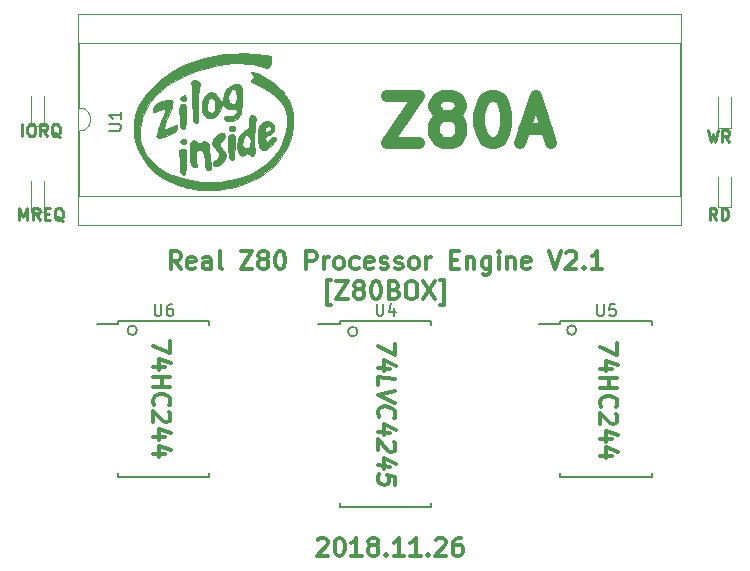
<source format=gbr>
G04 #@! TF.FileFunction,Legend,Top*
%FSLAX46Y46*%
G04 Gerber Fmt 4.6, Leading zero omitted, Abs format (unit mm)*
G04 Created by KiCad (PCBNEW 4.0.7) date 11/27/18 00:48:43*
%MOMM*%
%LPD*%
G01*
G04 APERTURE LIST*
%ADD10C,0.100000*%
%ADD11C,0.200000*%
%ADD12C,1.000000*%
%ADD13C,0.300000*%
%ADD14C,0.375000*%
%ADD15C,0.250000*%
%ADD16C,0.120000*%
%ADD17C,0.150000*%
%ADD18C,0.010000*%
G04 APERTURE END LIST*
D10*
D11*
X123337609Y-90170000D02*
G75*
G03X123337609Y-90170000I-401609J0D01*
G01*
X104668609Y-90063609D02*
G75*
G03X104668609Y-90063609I-401609J0D01*
G01*
X141879609Y-90043000D02*
G75*
G03X141879609Y-90043000I-401609J0D01*
G01*
D12*
X125857858Y-70199524D02*
X128524524Y-70199524D01*
X125857858Y-74199524D01*
X128524524Y-74199524D01*
X130619763Y-71913810D02*
X130238810Y-71723333D01*
X130048334Y-71532857D01*
X129857858Y-71151905D01*
X129857858Y-70961429D01*
X130048334Y-70580476D01*
X130238810Y-70390000D01*
X130619763Y-70199524D01*
X131381667Y-70199524D01*
X131762620Y-70390000D01*
X131953096Y-70580476D01*
X132143572Y-70961429D01*
X132143572Y-71151905D01*
X131953096Y-71532857D01*
X131762620Y-71723333D01*
X131381667Y-71913810D01*
X130619763Y-71913810D01*
X130238810Y-72104286D01*
X130048334Y-72294762D01*
X129857858Y-72675714D01*
X129857858Y-73437619D01*
X130048334Y-73818571D01*
X130238810Y-74009048D01*
X130619763Y-74199524D01*
X131381667Y-74199524D01*
X131762620Y-74009048D01*
X131953096Y-73818571D01*
X132143572Y-73437619D01*
X132143572Y-72675714D01*
X131953096Y-72294762D01*
X131762620Y-72104286D01*
X131381667Y-71913810D01*
X134619763Y-70199524D02*
X135000715Y-70199524D01*
X135381667Y-70390000D01*
X135572144Y-70580476D01*
X135762620Y-70961429D01*
X135953096Y-71723333D01*
X135953096Y-72675714D01*
X135762620Y-73437619D01*
X135572144Y-73818571D01*
X135381667Y-74009048D01*
X135000715Y-74199524D01*
X134619763Y-74199524D01*
X134238810Y-74009048D01*
X134048334Y-73818571D01*
X133857858Y-73437619D01*
X133667382Y-72675714D01*
X133667382Y-71723333D01*
X133857858Y-70961429D01*
X134048334Y-70580476D01*
X134238810Y-70390000D01*
X134619763Y-70199524D01*
X137476906Y-73056667D02*
X139381668Y-73056667D01*
X137095953Y-74199524D02*
X138429287Y-70199524D01*
X139762620Y-74199524D01*
D13*
X119968144Y-107779429D02*
X120039573Y-107708000D01*
X120182430Y-107636571D01*
X120539573Y-107636571D01*
X120682430Y-107708000D01*
X120753859Y-107779429D01*
X120825287Y-107922286D01*
X120825287Y-108065143D01*
X120753859Y-108279429D01*
X119896716Y-109136571D01*
X120825287Y-109136571D01*
X121753858Y-107636571D02*
X121896715Y-107636571D01*
X122039572Y-107708000D01*
X122111001Y-107779429D01*
X122182430Y-107922286D01*
X122253858Y-108208000D01*
X122253858Y-108565143D01*
X122182430Y-108850857D01*
X122111001Y-108993714D01*
X122039572Y-109065143D01*
X121896715Y-109136571D01*
X121753858Y-109136571D01*
X121611001Y-109065143D01*
X121539572Y-108993714D01*
X121468144Y-108850857D01*
X121396715Y-108565143D01*
X121396715Y-108208000D01*
X121468144Y-107922286D01*
X121539572Y-107779429D01*
X121611001Y-107708000D01*
X121753858Y-107636571D01*
X123682429Y-109136571D02*
X122825286Y-109136571D01*
X123253858Y-109136571D02*
X123253858Y-107636571D01*
X123111001Y-107850857D01*
X122968143Y-107993714D01*
X122825286Y-108065143D01*
X124539572Y-108279429D02*
X124396714Y-108208000D01*
X124325286Y-108136571D01*
X124253857Y-107993714D01*
X124253857Y-107922286D01*
X124325286Y-107779429D01*
X124396714Y-107708000D01*
X124539572Y-107636571D01*
X124825286Y-107636571D01*
X124968143Y-107708000D01*
X125039572Y-107779429D01*
X125111000Y-107922286D01*
X125111000Y-107993714D01*
X125039572Y-108136571D01*
X124968143Y-108208000D01*
X124825286Y-108279429D01*
X124539572Y-108279429D01*
X124396714Y-108350857D01*
X124325286Y-108422286D01*
X124253857Y-108565143D01*
X124253857Y-108850857D01*
X124325286Y-108993714D01*
X124396714Y-109065143D01*
X124539572Y-109136571D01*
X124825286Y-109136571D01*
X124968143Y-109065143D01*
X125039572Y-108993714D01*
X125111000Y-108850857D01*
X125111000Y-108565143D01*
X125039572Y-108422286D01*
X124968143Y-108350857D01*
X124825286Y-108279429D01*
X125753857Y-108993714D02*
X125825285Y-109065143D01*
X125753857Y-109136571D01*
X125682428Y-109065143D01*
X125753857Y-108993714D01*
X125753857Y-109136571D01*
X127253857Y-109136571D02*
X126396714Y-109136571D01*
X126825286Y-109136571D02*
X126825286Y-107636571D01*
X126682429Y-107850857D01*
X126539571Y-107993714D01*
X126396714Y-108065143D01*
X128682428Y-109136571D02*
X127825285Y-109136571D01*
X128253857Y-109136571D02*
X128253857Y-107636571D01*
X128111000Y-107850857D01*
X127968142Y-107993714D01*
X127825285Y-108065143D01*
X129325285Y-108993714D02*
X129396713Y-109065143D01*
X129325285Y-109136571D01*
X129253856Y-109065143D01*
X129325285Y-108993714D01*
X129325285Y-109136571D01*
X129968142Y-107779429D02*
X130039571Y-107708000D01*
X130182428Y-107636571D01*
X130539571Y-107636571D01*
X130682428Y-107708000D01*
X130753857Y-107779429D01*
X130825285Y-107922286D01*
X130825285Y-108065143D01*
X130753857Y-108279429D01*
X129896714Y-109136571D01*
X130825285Y-109136571D01*
X132110999Y-107636571D02*
X131825285Y-107636571D01*
X131682428Y-107708000D01*
X131610999Y-107779429D01*
X131468142Y-107993714D01*
X131396713Y-108279429D01*
X131396713Y-108850857D01*
X131468142Y-108993714D01*
X131539570Y-109065143D01*
X131682428Y-109136571D01*
X131968142Y-109136571D01*
X132110999Y-109065143D01*
X132182428Y-108993714D01*
X132253856Y-108850857D01*
X132253856Y-108493714D01*
X132182428Y-108350857D01*
X132110999Y-108279429D01*
X131968142Y-108208000D01*
X131682428Y-108208000D01*
X131539570Y-108279429D01*
X131468142Y-108350857D01*
X131396713Y-108493714D01*
D14*
X126551429Y-91186252D02*
X126551429Y-92186252D01*
X125051429Y-91355895D01*
X126051429Y-93338037D02*
X125051429Y-93213037D01*
X126622857Y-93052322D02*
X125551429Y-92561251D01*
X125551429Y-93489823D01*
X125051429Y-94713037D02*
X125051429Y-93998751D01*
X126551429Y-94186251D01*
X126551429Y-95186251D02*
X125051429Y-95498751D01*
X126551429Y-96186251D01*
X125194286Y-97373751D02*
X125122857Y-97293393D01*
X125051429Y-97070179D01*
X125051429Y-96927322D01*
X125122857Y-96721965D01*
X125265714Y-96596964D01*
X125408571Y-96543393D01*
X125694286Y-96507679D01*
X125908571Y-96534464D01*
X126194286Y-96641608D01*
X126337143Y-96730893D01*
X126480000Y-96891608D01*
X126551429Y-97114822D01*
X126551429Y-97257679D01*
X126480000Y-97463036D01*
X126408571Y-97525536D01*
X126051429Y-98766608D02*
X125051429Y-98641608D01*
X126622857Y-98480893D02*
X125551429Y-97989822D01*
X125551429Y-98918394D01*
X126408571Y-99525535D02*
X126480000Y-99605893D01*
X126551429Y-99757679D01*
X126551429Y-100114822D01*
X126480000Y-100248750D01*
X126408571Y-100311250D01*
X126265714Y-100364821D01*
X126122857Y-100346964D01*
X125908571Y-100248750D01*
X125051429Y-99284465D01*
X125051429Y-100213036D01*
X126051429Y-101623750D02*
X125051429Y-101498750D01*
X126622857Y-101338035D02*
X125551429Y-100846964D01*
X125551429Y-101775536D01*
X126551429Y-103186250D02*
X126551429Y-102471964D01*
X125837143Y-102311249D01*
X125908571Y-102391606D01*
X125980000Y-102543392D01*
X125980000Y-102900535D01*
X125908571Y-103034463D01*
X125837143Y-103096964D01*
X125694286Y-103150535D01*
X125337143Y-103105892D01*
X125194286Y-103016607D01*
X125122857Y-102936249D01*
X125051429Y-102784464D01*
X125051429Y-102427321D01*
X125122857Y-102293392D01*
X125194286Y-102230892D01*
D13*
X145347429Y-91119144D02*
X145347429Y-92119144D01*
X143847429Y-91476287D01*
X144847429Y-93333429D02*
X143847429Y-93333429D01*
X145418857Y-92976286D02*
X144347429Y-92619143D01*
X144347429Y-93547715D01*
X143847429Y-94119143D02*
X145347429Y-94119143D01*
X144633143Y-94119143D02*
X144633143Y-94976286D01*
X143847429Y-94976286D02*
X145347429Y-94976286D01*
X143990286Y-96547715D02*
X143918857Y-96476286D01*
X143847429Y-96262000D01*
X143847429Y-96119143D01*
X143918857Y-95904858D01*
X144061714Y-95762000D01*
X144204571Y-95690572D01*
X144490286Y-95619143D01*
X144704571Y-95619143D01*
X144990286Y-95690572D01*
X145133143Y-95762000D01*
X145276000Y-95904858D01*
X145347429Y-96119143D01*
X145347429Y-96262000D01*
X145276000Y-96476286D01*
X145204571Y-96547715D01*
X145204571Y-97119143D02*
X145276000Y-97190572D01*
X145347429Y-97333429D01*
X145347429Y-97690572D01*
X145276000Y-97833429D01*
X145204571Y-97904858D01*
X145061714Y-97976286D01*
X144918857Y-97976286D01*
X144704571Y-97904858D01*
X143847429Y-97047715D01*
X143847429Y-97976286D01*
X144847429Y-99262000D02*
X143847429Y-99262000D01*
X145418857Y-98904857D02*
X144347429Y-98547714D01*
X144347429Y-99476286D01*
X144847429Y-100690571D02*
X143847429Y-100690571D01*
X145418857Y-100333428D02*
X144347429Y-99976285D01*
X144347429Y-100904857D01*
X107501429Y-90992144D02*
X107501429Y-91992144D01*
X106001429Y-91349287D01*
X107001429Y-93206429D02*
X106001429Y-93206429D01*
X107572857Y-92849286D02*
X106501429Y-92492143D01*
X106501429Y-93420715D01*
X106001429Y-93992143D02*
X107501429Y-93992143D01*
X106787143Y-93992143D02*
X106787143Y-94849286D01*
X106001429Y-94849286D02*
X107501429Y-94849286D01*
X106144286Y-96420715D02*
X106072857Y-96349286D01*
X106001429Y-96135000D01*
X106001429Y-95992143D01*
X106072857Y-95777858D01*
X106215714Y-95635000D01*
X106358571Y-95563572D01*
X106644286Y-95492143D01*
X106858571Y-95492143D01*
X107144286Y-95563572D01*
X107287143Y-95635000D01*
X107430000Y-95777858D01*
X107501429Y-95992143D01*
X107501429Y-96135000D01*
X107430000Y-96349286D01*
X107358571Y-96420715D01*
X107358571Y-96992143D02*
X107430000Y-97063572D01*
X107501429Y-97206429D01*
X107501429Y-97563572D01*
X107430000Y-97706429D01*
X107358571Y-97777858D01*
X107215714Y-97849286D01*
X107072857Y-97849286D01*
X106858571Y-97777858D01*
X106001429Y-96920715D01*
X106001429Y-97849286D01*
X107001429Y-99135000D02*
X106001429Y-99135000D01*
X107572857Y-98777857D02*
X106501429Y-98420714D01*
X106501429Y-99349286D01*
X107001429Y-100563571D02*
X106001429Y-100563571D01*
X107572857Y-100206428D02*
X106501429Y-99849285D01*
X106501429Y-100777857D01*
X108372859Y-84874571D02*
X107872859Y-84160286D01*
X107515716Y-84874571D02*
X107515716Y-83374571D01*
X108087144Y-83374571D01*
X108230002Y-83446000D01*
X108301430Y-83517429D01*
X108372859Y-83660286D01*
X108372859Y-83874571D01*
X108301430Y-84017429D01*
X108230002Y-84088857D01*
X108087144Y-84160286D01*
X107515716Y-84160286D01*
X109587144Y-84803143D02*
X109444287Y-84874571D01*
X109158573Y-84874571D01*
X109015716Y-84803143D01*
X108944287Y-84660286D01*
X108944287Y-84088857D01*
X109015716Y-83946000D01*
X109158573Y-83874571D01*
X109444287Y-83874571D01*
X109587144Y-83946000D01*
X109658573Y-84088857D01*
X109658573Y-84231714D01*
X108944287Y-84374571D01*
X110944287Y-84874571D02*
X110944287Y-84088857D01*
X110872858Y-83946000D01*
X110730001Y-83874571D01*
X110444287Y-83874571D01*
X110301430Y-83946000D01*
X110944287Y-84803143D02*
X110801430Y-84874571D01*
X110444287Y-84874571D01*
X110301430Y-84803143D01*
X110230001Y-84660286D01*
X110230001Y-84517429D01*
X110301430Y-84374571D01*
X110444287Y-84303143D01*
X110801430Y-84303143D01*
X110944287Y-84231714D01*
X111872859Y-84874571D02*
X111730001Y-84803143D01*
X111658573Y-84660286D01*
X111658573Y-83374571D01*
X113444287Y-83374571D02*
X114444287Y-83374571D01*
X113444287Y-84874571D01*
X114444287Y-84874571D01*
X115230001Y-84017429D02*
X115087143Y-83946000D01*
X115015715Y-83874571D01*
X114944286Y-83731714D01*
X114944286Y-83660286D01*
X115015715Y-83517429D01*
X115087143Y-83446000D01*
X115230001Y-83374571D01*
X115515715Y-83374571D01*
X115658572Y-83446000D01*
X115730001Y-83517429D01*
X115801429Y-83660286D01*
X115801429Y-83731714D01*
X115730001Y-83874571D01*
X115658572Y-83946000D01*
X115515715Y-84017429D01*
X115230001Y-84017429D01*
X115087143Y-84088857D01*
X115015715Y-84160286D01*
X114944286Y-84303143D01*
X114944286Y-84588857D01*
X115015715Y-84731714D01*
X115087143Y-84803143D01*
X115230001Y-84874571D01*
X115515715Y-84874571D01*
X115658572Y-84803143D01*
X115730001Y-84731714D01*
X115801429Y-84588857D01*
X115801429Y-84303143D01*
X115730001Y-84160286D01*
X115658572Y-84088857D01*
X115515715Y-84017429D01*
X116730000Y-83374571D02*
X116872857Y-83374571D01*
X117015714Y-83446000D01*
X117087143Y-83517429D01*
X117158572Y-83660286D01*
X117230000Y-83946000D01*
X117230000Y-84303143D01*
X117158572Y-84588857D01*
X117087143Y-84731714D01*
X117015714Y-84803143D01*
X116872857Y-84874571D01*
X116730000Y-84874571D01*
X116587143Y-84803143D01*
X116515714Y-84731714D01*
X116444286Y-84588857D01*
X116372857Y-84303143D01*
X116372857Y-83946000D01*
X116444286Y-83660286D01*
X116515714Y-83517429D01*
X116587143Y-83446000D01*
X116730000Y-83374571D01*
X119015714Y-84874571D02*
X119015714Y-83374571D01*
X119587142Y-83374571D01*
X119730000Y-83446000D01*
X119801428Y-83517429D01*
X119872857Y-83660286D01*
X119872857Y-83874571D01*
X119801428Y-84017429D01*
X119730000Y-84088857D01*
X119587142Y-84160286D01*
X119015714Y-84160286D01*
X120515714Y-84874571D02*
X120515714Y-83874571D01*
X120515714Y-84160286D02*
X120587142Y-84017429D01*
X120658571Y-83946000D01*
X120801428Y-83874571D01*
X120944285Y-83874571D01*
X121658571Y-84874571D02*
X121515713Y-84803143D01*
X121444285Y-84731714D01*
X121372856Y-84588857D01*
X121372856Y-84160286D01*
X121444285Y-84017429D01*
X121515713Y-83946000D01*
X121658571Y-83874571D01*
X121872856Y-83874571D01*
X122015713Y-83946000D01*
X122087142Y-84017429D01*
X122158571Y-84160286D01*
X122158571Y-84588857D01*
X122087142Y-84731714D01*
X122015713Y-84803143D01*
X121872856Y-84874571D01*
X121658571Y-84874571D01*
X123444285Y-84803143D02*
X123301428Y-84874571D01*
X123015714Y-84874571D01*
X122872856Y-84803143D01*
X122801428Y-84731714D01*
X122729999Y-84588857D01*
X122729999Y-84160286D01*
X122801428Y-84017429D01*
X122872856Y-83946000D01*
X123015714Y-83874571D01*
X123301428Y-83874571D01*
X123444285Y-83946000D01*
X124658570Y-84803143D02*
X124515713Y-84874571D01*
X124229999Y-84874571D01*
X124087142Y-84803143D01*
X124015713Y-84660286D01*
X124015713Y-84088857D01*
X124087142Y-83946000D01*
X124229999Y-83874571D01*
X124515713Y-83874571D01*
X124658570Y-83946000D01*
X124729999Y-84088857D01*
X124729999Y-84231714D01*
X124015713Y-84374571D01*
X125301427Y-84803143D02*
X125444284Y-84874571D01*
X125729999Y-84874571D01*
X125872856Y-84803143D01*
X125944284Y-84660286D01*
X125944284Y-84588857D01*
X125872856Y-84446000D01*
X125729999Y-84374571D01*
X125515713Y-84374571D01*
X125372856Y-84303143D01*
X125301427Y-84160286D01*
X125301427Y-84088857D01*
X125372856Y-83946000D01*
X125515713Y-83874571D01*
X125729999Y-83874571D01*
X125872856Y-83946000D01*
X126515713Y-84803143D02*
X126658570Y-84874571D01*
X126944285Y-84874571D01*
X127087142Y-84803143D01*
X127158570Y-84660286D01*
X127158570Y-84588857D01*
X127087142Y-84446000D01*
X126944285Y-84374571D01*
X126729999Y-84374571D01*
X126587142Y-84303143D01*
X126515713Y-84160286D01*
X126515713Y-84088857D01*
X126587142Y-83946000D01*
X126729999Y-83874571D01*
X126944285Y-83874571D01*
X127087142Y-83946000D01*
X128015714Y-84874571D02*
X127872856Y-84803143D01*
X127801428Y-84731714D01*
X127729999Y-84588857D01*
X127729999Y-84160286D01*
X127801428Y-84017429D01*
X127872856Y-83946000D01*
X128015714Y-83874571D01*
X128229999Y-83874571D01*
X128372856Y-83946000D01*
X128444285Y-84017429D01*
X128515714Y-84160286D01*
X128515714Y-84588857D01*
X128444285Y-84731714D01*
X128372856Y-84803143D01*
X128229999Y-84874571D01*
X128015714Y-84874571D01*
X129158571Y-84874571D02*
X129158571Y-83874571D01*
X129158571Y-84160286D02*
X129229999Y-84017429D01*
X129301428Y-83946000D01*
X129444285Y-83874571D01*
X129587142Y-83874571D01*
X131229999Y-84088857D02*
X131729999Y-84088857D01*
X131944285Y-84874571D02*
X131229999Y-84874571D01*
X131229999Y-83374571D01*
X131944285Y-83374571D01*
X132587142Y-83874571D02*
X132587142Y-84874571D01*
X132587142Y-84017429D02*
X132658570Y-83946000D01*
X132801428Y-83874571D01*
X133015713Y-83874571D01*
X133158570Y-83946000D01*
X133229999Y-84088857D01*
X133229999Y-84874571D01*
X134587142Y-83874571D02*
X134587142Y-85088857D01*
X134515713Y-85231714D01*
X134444285Y-85303143D01*
X134301428Y-85374571D01*
X134087142Y-85374571D01*
X133944285Y-85303143D01*
X134587142Y-84803143D02*
X134444285Y-84874571D01*
X134158571Y-84874571D01*
X134015713Y-84803143D01*
X133944285Y-84731714D01*
X133872856Y-84588857D01*
X133872856Y-84160286D01*
X133944285Y-84017429D01*
X134015713Y-83946000D01*
X134158571Y-83874571D01*
X134444285Y-83874571D01*
X134587142Y-83946000D01*
X135301428Y-84874571D02*
X135301428Y-83874571D01*
X135301428Y-83374571D02*
X135229999Y-83446000D01*
X135301428Y-83517429D01*
X135372856Y-83446000D01*
X135301428Y-83374571D01*
X135301428Y-83517429D01*
X136015714Y-83874571D02*
X136015714Y-84874571D01*
X136015714Y-84017429D02*
X136087142Y-83946000D01*
X136230000Y-83874571D01*
X136444285Y-83874571D01*
X136587142Y-83946000D01*
X136658571Y-84088857D01*
X136658571Y-84874571D01*
X137944285Y-84803143D02*
X137801428Y-84874571D01*
X137515714Y-84874571D01*
X137372857Y-84803143D01*
X137301428Y-84660286D01*
X137301428Y-84088857D01*
X137372857Y-83946000D01*
X137515714Y-83874571D01*
X137801428Y-83874571D01*
X137944285Y-83946000D01*
X138015714Y-84088857D01*
X138015714Y-84231714D01*
X137301428Y-84374571D01*
X139587142Y-83374571D02*
X140087142Y-84874571D01*
X140587142Y-83374571D01*
X141015713Y-83517429D02*
X141087142Y-83446000D01*
X141229999Y-83374571D01*
X141587142Y-83374571D01*
X141729999Y-83446000D01*
X141801428Y-83517429D01*
X141872856Y-83660286D01*
X141872856Y-83803143D01*
X141801428Y-84017429D01*
X140944285Y-84874571D01*
X141872856Y-84874571D01*
X142515713Y-84731714D02*
X142587141Y-84803143D01*
X142515713Y-84874571D01*
X142444284Y-84803143D01*
X142515713Y-84731714D01*
X142515713Y-84874571D01*
X144015713Y-84874571D02*
X143158570Y-84874571D01*
X143587142Y-84874571D02*
X143587142Y-83374571D01*
X143444285Y-83588857D01*
X143301427Y-83731714D01*
X143158570Y-83803143D01*
X121122858Y-87924571D02*
X120765715Y-87924571D01*
X120765715Y-85781714D01*
X121122858Y-85781714D01*
X121551430Y-85924571D02*
X122551430Y-85924571D01*
X121551430Y-87424571D01*
X122551430Y-87424571D01*
X123337144Y-86567429D02*
X123194286Y-86496000D01*
X123122858Y-86424571D01*
X123051429Y-86281714D01*
X123051429Y-86210286D01*
X123122858Y-86067429D01*
X123194286Y-85996000D01*
X123337144Y-85924571D01*
X123622858Y-85924571D01*
X123765715Y-85996000D01*
X123837144Y-86067429D01*
X123908572Y-86210286D01*
X123908572Y-86281714D01*
X123837144Y-86424571D01*
X123765715Y-86496000D01*
X123622858Y-86567429D01*
X123337144Y-86567429D01*
X123194286Y-86638857D01*
X123122858Y-86710286D01*
X123051429Y-86853143D01*
X123051429Y-87138857D01*
X123122858Y-87281714D01*
X123194286Y-87353143D01*
X123337144Y-87424571D01*
X123622858Y-87424571D01*
X123765715Y-87353143D01*
X123837144Y-87281714D01*
X123908572Y-87138857D01*
X123908572Y-86853143D01*
X123837144Y-86710286D01*
X123765715Y-86638857D01*
X123622858Y-86567429D01*
X124837143Y-85924571D02*
X124980000Y-85924571D01*
X125122857Y-85996000D01*
X125194286Y-86067429D01*
X125265715Y-86210286D01*
X125337143Y-86496000D01*
X125337143Y-86853143D01*
X125265715Y-87138857D01*
X125194286Y-87281714D01*
X125122857Y-87353143D01*
X124980000Y-87424571D01*
X124837143Y-87424571D01*
X124694286Y-87353143D01*
X124622857Y-87281714D01*
X124551429Y-87138857D01*
X124480000Y-86853143D01*
X124480000Y-86496000D01*
X124551429Y-86210286D01*
X124622857Y-86067429D01*
X124694286Y-85996000D01*
X124837143Y-85924571D01*
X126480000Y-86638857D02*
X126694286Y-86710286D01*
X126765714Y-86781714D01*
X126837143Y-86924571D01*
X126837143Y-87138857D01*
X126765714Y-87281714D01*
X126694286Y-87353143D01*
X126551428Y-87424571D01*
X125980000Y-87424571D01*
X125980000Y-85924571D01*
X126480000Y-85924571D01*
X126622857Y-85996000D01*
X126694286Y-86067429D01*
X126765714Y-86210286D01*
X126765714Y-86353143D01*
X126694286Y-86496000D01*
X126622857Y-86567429D01*
X126480000Y-86638857D01*
X125980000Y-86638857D01*
X127765714Y-85924571D02*
X128051428Y-85924571D01*
X128194286Y-85996000D01*
X128337143Y-86138857D01*
X128408571Y-86424571D01*
X128408571Y-86924571D01*
X128337143Y-87210286D01*
X128194286Y-87353143D01*
X128051428Y-87424571D01*
X127765714Y-87424571D01*
X127622857Y-87353143D01*
X127480000Y-87210286D01*
X127408571Y-86924571D01*
X127408571Y-86424571D01*
X127480000Y-86138857D01*
X127622857Y-85996000D01*
X127765714Y-85924571D01*
X128908572Y-85924571D02*
X129908572Y-87424571D01*
X129908572Y-85924571D02*
X128908572Y-87424571D01*
X130337143Y-87924571D02*
X130694286Y-87924571D01*
X130694286Y-85781714D01*
X130337143Y-85781714D01*
D15*
X94972381Y-73604381D02*
X94972381Y-72604381D01*
X95639047Y-72604381D02*
X95829524Y-72604381D01*
X95924762Y-72652000D01*
X96020000Y-72747238D01*
X96067619Y-72937714D01*
X96067619Y-73271048D01*
X96020000Y-73461524D01*
X95924762Y-73556762D01*
X95829524Y-73604381D01*
X95639047Y-73604381D01*
X95543809Y-73556762D01*
X95448571Y-73461524D01*
X95400952Y-73271048D01*
X95400952Y-72937714D01*
X95448571Y-72747238D01*
X95543809Y-72652000D01*
X95639047Y-72604381D01*
X97067619Y-73604381D02*
X96734285Y-73128190D01*
X96496190Y-73604381D02*
X96496190Y-72604381D01*
X96877143Y-72604381D01*
X96972381Y-72652000D01*
X97020000Y-72699619D01*
X97067619Y-72794857D01*
X97067619Y-72937714D01*
X97020000Y-73032952D01*
X96972381Y-73080571D01*
X96877143Y-73128190D01*
X96496190Y-73128190D01*
X98162857Y-73699619D02*
X98067619Y-73652000D01*
X97972381Y-73556762D01*
X97829524Y-73413905D01*
X97734285Y-73366286D01*
X97639047Y-73366286D01*
X97686666Y-73604381D02*
X97591428Y-73556762D01*
X97496190Y-73461524D01*
X97448571Y-73271048D01*
X97448571Y-72937714D01*
X97496190Y-72747238D01*
X97591428Y-72652000D01*
X97686666Y-72604381D01*
X97877143Y-72604381D01*
X97972381Y-72652000D01*
X98067619Y-72747238D01*
X98115238Y-72937714D01*
X98115238Y-73271048D01*
X98067619Y-73461524D01*
X97972381Y-73556762D01*
X97877143Y-73604381D01*
X97686666Y-73604381D01*
X94710476Y-80716381D02*
X94710476Y-79716381D01*
X95043810Y-80430667D01*
X95377143Y-79716381D01*
X95377143Y-80716381D01*
X96424762Y-80716381D02*
X96091428Y-80240190D01*
X95853333Y-80716381D02*
X95853333Y-79716381D01*
X96234286Y-79716381D01*
X96329524Y-79764000D01*
X96377143Y-79811619D01*
X96424762Y-79906857D01*
X96424762Y-80049714D01*
X96377143Y-80144952D01*
X96329524Y-80192571D01*
X96234286Y-80240190D01*
X95853333Y-80240190D01*
X96853333Y-80192571D02*
X97186667Y-80192571D01*
X97329524Y-80716381D02*
X96853333Y-80716381D01*
X96853333Y-79716381D01*
X97329524Y-79716381D01*
X98424762Y-80811619D02*
X98329524Y-80764000D01*
X98234286Y-80668762D01*
X98091429Y-80525905D01*
X97996190Y-80478286D01*
X97900952Y-80478286D01*
X97948571Y-80716381D02*
X97853333Y-80668762D01*
X97758095Y-80573524D01*
X97710476Y-80383048D01*
X97710476Y-80049714D01*
X97758095Y-79859238D01*
X97853333Y-79764000D01*
X97948571Y-79716381D01*
X98139048Y-79716381D01*
X98234286Y-79764000D01*
X98329524Y-79859238D01*
X98377143Y-80049714D01*
X98377143Y-80383048D01*
X98329524Y-80573524D01*
X98234286Y-80668762D01*
X98139048Y-80716381D01*
X97948571Y-80716381D01*
X152995429Y-73112381D02*
X153233524Y-74112381D01*
X153424001Y-73398095D01*
X153614477Y-74112381D01*
X153852572Y-73112381D01*
X154804953Y-74112381D02*
X154471619Y-73636190D01*
X154233524Y-74112381D02*
X154233524Y-73112381D01*
X154614477Y-73112381D01*
X154709715Y-73160000D01*
X154757334Y-73207619D01*
X154804953Y-73302857D01*
X154804953Y-73445714D01*
X154757334Y-73540952D01*
X154709715Y-73588571D01*
X154614477Y-73636190D01*
X154233524Y-73636190D01*
X153733524Y-80716381D02*
X153400190Y-80240190D01*
X153162095Y-80716381D02*
X153162095Y-79716381D01*
X153543048Y-79716381D01*
X153638286Y-79764000D01*
X153685905Y-79811619D01*
X153733524Y-79906857D01*
X153733524Y-80049714D01*
X153685905Y-80144952D01*
X153638286Y-80192571D01*
X153543048Y-80240190D01*
X153162095Y-80240190D01*
X154162095Y-80716381D02*
X154162095Y-79716381D01*
X154400190Y-79716381D01*
X154543048Y-79764000D01*
X154638286Y-79859238D01*
X154685905Y-79954476D01*
X154733524Y-80144952D01*
X154733524Y-80287810D01*
X154685905Y-80478286D01*
X154638286Y-80573524D01*
X154543048Y-80668762D01*
X154400190Y-80716381D01*
X154162095Y-80716381D01*
D16*
X99749000Y-71212200D02*
G75*
G02X99749000Y-73212200I0J-1000000D01*
G01*
X99749000Y-73212200D02*
X99749000Y-78672200D01*
X99749000Y-78672200D02*
X150669000Y-78672200D01*
X150669000Y-78672200D02*
X150669000Y-65752200D01*
X150669000Y-65752200D02*
X99749000Y-65752200D01*
X99749000Y-65752200D02*
X99749000Y-71212200D01*
X99689000Y-81162200D02*
X150729000Y-81162200D01*
X150729000Y-81162200D02*
X150729000Y-63262200D01*
X150729000Y-63262200D02*
X99689000Y-63262200D01*
X99689000Y-63262200D02*
X99689000Y-81162200D01*
D17*
X140525000Y-89310000D02*
X140525000Y-89560000D01*
X148275000Y-89310000D02*
X148275000Y-89645000D01*
X148275000Y-102460000D02*
X148275000Y-102125000D01*
X140525000Y-102460000D02*
X140525000Y-102125000D01*
X140525000Y-89310000D02*
X148275000Y-89310000D01*
X140525000Y-102460000D02*
X148275000Y-102460000D01*
X140525000Y-89560000D02*
X138725000Y-89560000D01*
X121855000Y-89280000D02*
X121855000Y-89555000D01*
X129605000Y-89280000D02*
X129605000Y-89645000D01*
X129605000Y-105030000D02*
X129605000Y-104665000D01*
X121855000Y-105030000D02*
X121855000Y-104665000D01*
X121855000Y-89280000D02*
X129605000Y-89280000D01*
X121855000Y-105030000D02*
X129605000Y-105030000D01*
X121855000Y-89555000D02*
X120030000Y-89555000D01*
X103059000Y-89310000D02*
X103059000Y-89560000D01*
X110809000Y-89310000D02*
X110809000Y-89645000D01*
X110809000Y-102460000D02*
X110809000Y-102125000D01*
X103059000Y-102460000D02*
X103059000Y-102125000D01*
X103059000Y-89310000D02*
X110809000Y-89310000D01*
X103059000Y-102460000D02*
X110809000Y-102460000D01*
X103059000Y-89560000D02*
X101259000Y-89560000D01*
D18*
G36*
X114609241Y-66650784D02*
X114833400Y-66669980D01*
X115019293Y-66689050D01*
X115220018Y-66712362D01*
X115421382Y-66737973D01*
X115609192Y-66763936D01*
X115769254Y-66788308D01*
X115887377Y-66809144D01*
X115941778Y-66821847D01*
X116001918Y-66873560D01*
X116038751Y-66975111D01*
X116052563Y-67112845D01*
X116043637Y-67273105D01*
X116012258Y-67442239D01*
X115958709Y-67606590D01*
X115923867Y-67682400D01*
X115852397Y-67796321D01*
X115774010Y-67858409D01*
X115674999Y-67872302D01*
X115541661Y-67841640D01*
X115450893Y-67807970D01*
X114996646Y-67657582D01*
X114497080Y-67549527D01*
X113958974Y-67482853D01*
X113389109Y-67456605D01*
X112794262Y-67469830D01*
X112181212Y-67521577D01*
X111556739Y-67610891D01*
X110927621Y-67736820D01*
X110300637Y-67898411D01*
X109682567Y-68094710D01*
X109080188Y-68324764D01*
X108500281Y-68587621D01*
X107994790Y-68856253D01*
X107552493Y-69123903D01*
X107160339Y-69393446D01*
X106801679Y-69678037D01*
X106459867Y-69990834D01*
X106137397Y-70324133D01*
X105798164Y-70734998D01*
X105511602Y-71170070D01*
X105278849Y-71623757D01*
X105101038Y-72090467D01*
X104979308Y-72564607D01*
X104914792Y-73040585D01*
X104908626Y-73512808D01*
X104961947Y-73975685D01*
X105075891Y-74423623D01*
X105227904Y-74802465D01*
X105456372Y-75203979D01*
X105744965Y-75581017D01*
X106089841Y-75931386D01*
X106487162Y-76252893D01*
X106933088Y-76543344D01*
X107423780Y-76800548D01*
X107955399Y-77022311D01*
X108524105Y-77206441D01*
X109126058Y-77350744D01*
X109757421Y-77453029D01*
X109897425Y-77469407D01*
X110126069Y-77487896D01*
X110401273Y-77499919D01*
X110705266Y-77505582D01*
X111020277Y-77504993D01*
X111328536Y-77498256D01*
X111612272Y-77485478D01*
X111853715Y-77466765D01*
X111937800Y-77457217D01*
X112628928Y-77341582D01*
X113289873Y-77176597D01*
X113914761Y-76964254D01*
X114497724Y-76706545D01*
X115027507Y-76408861D01*
X115514803Y-76064169D01*
X115949609Y-75679244D01*
X116330244Y-75256936D01*
X116655027Y-74800092D01*
X116922277Y-74311560D01*
X117130314Y-73794189D01*
X117277458Y-73250826D01*
X117362026Y-72684319D01*
X117379168Y-72423866D01*
X117385788Y-72180858D01*
X117381558Y-71985055D01*
X117363613Y-71816403D01*
X117329091Y-71654846D01*
X117275126Y-71480330D01*
X117224405Y-71340133D01*
X117079040Y-71037926D01*
X116872096Y-70734828D01*
X116609470Y-70435848D01*
X116297058Y-70145994D01*
X115940758Y-69870275D01*
X115546467Y-69613699D01*
X115120080Y-69381274D01*
X114689010Y-69186732D01*
X114543510Y-69125729D01*
X114420351Y-69070911D01*
X114333741Y-69028804D01*
X114299293Y-69007706D01*
X114299119Y-68961822D01*
X114352814Y-68877411D01*
X114405365Y-68814370D01*
X114503737Y-68685302D01*
X114544182Y-68579931D01*
X114526762Y-68486953D01*
X114451540Y-68395065D01*
X114407875Y-68358130D01*
X114324081Y-68280223D01*
X114297251Y-68226930D01*
X114321547Y-68197494D01*
X114391131Y-68191159D01*
X114500165Y-68207169D01*
X114642810Y-68244769D01*
X114813227Y-68303200D01*
X115005579Y-68381708D01*
X115167283Y-68456491D01*
X115608374Y-68694528D01*
X116031623Y-68968753D01*
X116425439Y-69270078D01*
X116778235Y-69589414D01*
X117078421Y-69917673D01*
X117156405Y-70016427D01*
X117308489Y-70242457D01*
X117458854Y-70512406D01*
X117596425Y-70803110D01*
X117710125Y-71091404D01*
X117781254Y-71323200D01*
X117863398Y-71768459D01*
X117893364Y-72243770D01*
X117872886Y-72738183D01*
X117803698Y-73240747D01*
X117687535Y-73740511D01*
X117526130Y-74226525D01*
X117321218Y-74687837D01*
X117218044Y-74879598D01*
X116890698Y-75386229D01*
X116507689Y-75857239D01*
X116072023Y-76290858D01*
X115586704Y-76685317D01*
X115054738Y-77038847D01*
X114479128Y-77349680D01*
X113862881Y-77616046D01*
X113209000Y-77836177D01*
X112520491Y-78008302D01*
X111800358Y-78130654D01*
X111667755Y-78147237D01*
X111551617Y-78156438D01*
X111382139Y-78163938D01*
X111173695Y-78169651D01*
X110940657Y-78173488D01*
X110697401Y-78175360D01*
X110458300Y-78175181D01*
X110237727Y-78172861D01*
X110050058Y-78168314D01*
X109909664Y-78161450D01*
X109871933Y-78158240D01*
X109669478Y-78132673D01*
X109427521Y-78094652D01*
X109172106Y-78048808D01*
X108929274Y-77999775D01*
X108751685Y-77958920D01*
X108122875Y-77772402D01*
X107533964Y-77536656D01*
X106987359Y-77253486D01*
X106485464Y-76924697D01*
X106030684Y-76552094D01*
X105625424Y-76137480D01*
X105272090Y-75682661D01*
X104973086Y-75189442D01*
X104918043Y-75082400D01*
X104688742Y-74555077D01*
X104523385Y-74022165D01*
X104422347Y-73487451D01*
X104386006Y-72954724D01*
X104414738Y-72427771D01*
X104508921Y-71910380D01*
X104578170Y-71664370D01*
X104761992Y-71184098D01*
X105008584Y-70704884D01*
X105313187Y-70233017D01*
X105671042Y-69774786D01*
X106077388Y-69336480D01*
X106527466Y-68924389D01*
X106842613Y-68672506D01*
X107468464Y-68240661D01*
X108138726Y-67857123D01*
X108849314Y-67522917D01*
X109596139Y-67239067D01*
X110375117Y-67006596D01*
X111182159Y-66826529D01*
X112013179Y-66699890D01*
X112864091Y-66627704D01*
X113730807Y-66610994D01*
X114609241Y-66650784D01*
X114609241Y-66650784D01*
G37*
X114609241Y-66650784D02*
X114833400Y-66669980D01*
X115019293Y-66689050D01*
X115220018Y-66712362D01*
X115421382Y-66737973D01*
X115609192Y-66763936D01*
X115769254Y-66788308D01*
X115887377Y-66809144D01*
X115941778Y-66821847D01*
X116001918Y-66873560D01*
X116038751Y-66975111D01*
X116052563Y-67112845D01*
X116043637Y-67273105D01*
X116012258Y-67442239D01*
X115958709Y-67606590D01*
X115923867Y-67682400D01*
X115852397Y-67796321D01*
X115774010Y-67858409D01*
X115674999Y-67872302D01*
X115541661Y-67841640D01*
X115450893Y-67807970D01*
X114996646Y-67657582D01*
X114497080Y-67549527D01*
X113958974Y-67482853D01*
X113389109Y-67456605D01*
X112794262Y-67469830D01*
X112181212Y-67521577D01*
X111556739Y-67610891D01*
X110927621Y-67736820D01*
X110300637Y-67898411D01*
X109682567Y-68094710D01*
X109080188Y-68324764D01*
X108500281Y-68587621D01*
X107994790Y-68856253D01*
X107552493Y-69123903D01*
X107160339Y-69393446D01*
X106801679Y-69678037D01*
X106459867Y-69990834D01*
X106137397Y-70324133D01*
X105798164Y-70734998D01*
X105511602Y-71170070D01*
X105278849Y-71623757D01*
X105101038Y-72090467D01*
X104979308Y-72564607D01*
X104914792Y-73040585D01*
X104908626Y-73512808D01*
X104961947Y-73975685D01*
X105075891Y-74423623D01*
X105227904Y-74802465D01*
X105456372Y-75203979D01*
X105744965Y-75581017D01*
X106089841Y-75931386D01*
X106487162Y-76252893D01*
X106933088Y-76543344D01*
X107423780Y-76800548D01*
X107955399Y-77022311D01*
X108524105Y-77206441D01*
X109126058Y-77350744D01*
X109757421Y-77453029D01*
X109897425Y-77469407D01*
X110126069Y-77487896D01*
X110401273Y-77499919D01*
X110705266Y-77505582D01*
X111020277Y-77504993D01*
X111328536Y-77498256D01*
X111612272Y-77485478D01*
X111853715Y-77466765D01*
X111937800Y-77457217D01*
X112628928Y-77341582D01*
X113289873Y-77176597D01*
X113914761Y-76964254D01*
X114497724Y-76706545D01*
X115027507Y-76408861D01*
X115514803Y-76064169D01*
X115949609Y-75679244D01*
X116330244Y-75256936D01*
X116655027Y-74800092D01*
X116922277Y-74311560D01*
X117130314Y-73794189D01*
X117277458Y-73250826D01*
X117362026Y-72684319D01*
X117379168Y-72423866D01*
X117385788Y-72180858D01*
X117381558Y-71985055D01*
X117363613Y-71816403D01*
X117329091Y-71654846D01*
X117275126Y-71480330D01*
X117224405Y-71340133D01*
X117079040Y-71037926D01*
X116872096Y-70734828D01*
X116609470Y-70435848D01*
X116297058Y-70145994D01*
X115940758Y-69870275D01*
X115546467Y-69613699D01*
X115120080Y-69381274D01*
X114689010Y-69186732D01*
X114543510Y-69125729D01*
X114420351Y-69070911D01*
X114333741Y-69028804D01*
X114299293Y-69007706D01*
X114299119Y-68961822D01*
X114352814Y-68877411D01*
X114405365Y-68814370D01*
X114503737Y-68685302D01*
X114544182Y-68579931D01*
X114526762Y-68486953D01*
X114451540Y-68395065D01*
X114407875Y-68358130D01*
X114324081Y-68280223D01*
X114297251Y-68226930D01*
X114321547Y-68197494D01*
X114391131Y-68191159D01*
X114500165Y-68207169D01*
X114642810Y-68244769D01*
X114813227Y-68303200D01*
X115005579Y-68381708D01*
X115167283Y-68456491D01*
X115608374Y-68694528D01*
X116031623Y-68968753D01*
X116425439Y-69270078D01*
X116778235Y-69589414D01*
X117078421Y-69917673D01*
X117156405Y-70016427D01*
X117308489Y-70242457D01*
X117458854Y-70512406D01*
X117596425Y-70803110D01*
X117710125Y-71091404D01*
X117781254Y-71323200D01*
X117863398Y-71768459D01*
X117893364Y-72243770D01*
X117872886Y-72738183D01*
X117803698Y-73240747D01*
X117687535Y-73740511D01*
X117526130Y-74226525D01*
X117321218Y-74687837D01*
X117218044Y-74879598D01*
X116890698Y-75386229D01*
X116507689Y-75857239D01*
X116072023Y-76290858D01*
X115586704Y-76685317D01*
X115054738Y-77038847D01*
X114479128Y-77349680D01*
X113862881Y-77616046D01*
X113209000Y-77836177D01*
X112520491Y-78008302D01*
X111800358Y-78130654D01*
X111667755Y-78147237D01*
X111551617Y-78156438D01*
X111382139Y-78163938D01*
X111173695Y-78169651D01*
X110940657Y-78173488D01*
X110697401Y-78175360D01*
X110458300Y-78175181D01*
X110237727Y-78172861D01*
X110050058Y-78168314D01*
X109909664Y-78161450D01*
X109871933Y-78158240D01*
X109669478Y-78132673D01*
X109427521Y-78094652D01*
X109172106Y-78048808D01*
X108929274Y-77999775D01*
X108751685Y-77958920D01*
X108122875Y-77772402D01*
X107533964Y-77536656D01*
X106987359Y-77253486D01*
X106485464Y-76924697D01*
X106030684Y-76552094D01*
X105625424Y-76137480D01*
X105272090Y-75682661D01*
X104973086Y-75189442D01*
X104918043Y-75082400D01*
X104688742Y-74555077D01*
X104523385Y-74022165D01*
X104422347Y-73487451D01*
X104386006Y-72954724D01*
X104414738Y-72427771D01*
X104508921Y-71910380D01*
X104578170Y-71664370D01*
X104761992Y-71184098D01*
X105008584Y-70704884D01*
X105313187Y-70233017D01*
X105671042Y-69774786D01*
X106077388Y-69336480D01*
X106527466Y-68924389D01*
X106842613Y-68672506D01*
X107468464Y-68240661D01*
X108138726Y-67857123D01*
X108849314Y-67522917D01*
X109596139Y-67239067D01*
X110375117Y-67006596D01*
X111182159Y-66826529D01*
X112013179Y-66699890D01*
X112864091Y-66627704D01*
X113730807Y-66610994D01*
X114609241Y-66650784D01*
G36*
X108658112Y-74700148D02*
X108754867Y-74729219D01*
X108771519Y-74739730D01*
X108792075Y-74758568D01*
X108807514Y-74786782D01*
X108818411Y-74833046D01*
X108825342Y-74906033D01*
X108828885Y-75014418D01*
X108829614Y-75166875D01*
X108828105Y-75372077D01*
X108825934Y-75559180D01*
X108820718Y-75870833D01*
X108813067Y-76123010D01*
X108802169Y-76323949D01*
X108787216Y-76481889D01*
X108767396Y-76605068D01*
X108741899Y-76701723D01*
X108709915Y-76780093D01*
X108704855Y-76790110D01*
X108639130Y-76872435D01*
X108562468Y-76887997D01*
X108476221Y-76836644D01*
X108457693Y-76818066D01*
X108413135Y-76765251D01*
X108377743Y-76706943D01*
X108350152Y-76634515D01*
X108328996Y-76539340D01*
X108312910Y-76412791D01*
X108300528Y-76246241D01*
X108290485Y-76031063D01*
X108281415Y-75758630D01*
X108279468Y-75692000D01*
X108273338Y-75458070D01*
X108268915Y-75245893D01*
X108266309Y-75065077D01*
X108265628Y-74925228D01*
X108266979Y-74835955D01*
X108269522Y-74807587D01*
X108322534Y-74753167D01*
X108419760Y-74715121D01*
X108539014Y-74696449D01*
X108658112Y-74700148D01*
X108658112Y-74700148D01*
G37*
X108658112Y-74700148D02*
X108754867Y-74729219D01*
X108771519Y-74739730D01*
X108792075Y-74758568D01*
X108807514Y-74786782D01*
X108818411Y-74833046D01*
X108825342Y-74906033D01*
X108828885Y-75014418D01*
X108829614Y-75166875D01*
X108828105Y-75372077D01*
X108825934Y-75559180D01*
X108820718Y-75870833D01*
X108813067Y-76123010D01*
X108802169Y-76323949D01*
X108787216Y-76481889D01*
X108767396Y-76605068D01*
X108741899Y-76701723D01*
X108709915Y-76780093D01*
X108704855Y-76790110D01*
X108639130Y-76872435D01*
X108562468Y-76887997D01*
X108476221Y-76836644D01*
X108457693Y-76818066D01*
X108413135Y-76765251D01*
X108377743Y-76706943D01*
X108350152Y-76634515D01*
X108328996Y-76539340D01*
X108312910Y-76412791D01*
X108300528Y-76246241D01*
X108290485Y-76031063D01*
X108281415Y-75758630D01*
X108279468Y-75692000D01*
X108273338Y-75458070D01*
X108268915Y-75245893D01*
X108266309Y-75065077D01*
X108265628Y-74925228D01*
X108266979Y-74835955D01*
X108269522Y-74807587D01*
X108322534Y-74753167D01*
X108419760Y-74715121D01*
X108539014Y-74696449D01*
X108658112Y-74700148D01*
G36*
X109567613Y-73993980D02*
X109656760Y-74039102D01*
X109736693Y-74104499D01*
X109857177Y-74193440D01*
X109965760Y-74222451D01*
X110079445Y-74192861D01*
X110170624Y-74138366D01*
X110300207Y-74068189D01*
X110416367Y-74054540D01*
X110539491Y-74095254D01*
X110545919Y-74098535D01*
X110625967Y-74149094D01*
X110685035Y-74213273D01*
X110727194Y-74302389D01*
X110756515Y-74427760D01*
X110777072Y-74600701D01*
X110789642Y-74775918D01*
X110804027Y-75002119D01*
X110818003Y-75186723D01*
X110833960Y-75352102D01*
X110854287Y-75520627D01*
X110881372Y-75714670D01*
X110911316Y-75915207D01*
X110938132Y-76115964D01*
X110947312Y-76261527D01*
X110937458Y-76362458D01*
X110907174Y-76429323D01*
X110855062Y-76472684D01*
X110836352Y-76482060D01*
X110760086Y-76512676D01*
X110704100Y-76514227D01*
X110628009Y-76487770D01*
X110627441Y-76487541D01*
X110568151Y-76455139D01*
X110522713Y-76405629D01*
X110488296Y-76329399D01*
X110462068Y-76216839D01*
X110441200Y-76058337D01*
X110422858Y-75844282D01*
X110418038Y-75776666D01*
X110394196Y-75491821D01*
X110364626Y-75267569D01*
X110326267Y-75096821D01*
X110276061Y-74972491D01*
X110210947Y-74887490D01*
X110127865Y-74834729D01*
X110023756Y-74807122D01*
X109998038Y-74803755D01*
X109890644Y-74800298D01*
X109812550Y-74826695D01*
X109751130Y-74872693D01*
X109706631Y-74913380D01*
X109678068Y-74953249D01*
X109662107Y-75007486D01*
X109655410Y-75091276D01*
X109654644Y-75219805D01*
X109655469Y-75308199D01*
X109661601Y-75494358D01*
X109674831Y-75691722D01*
X109692748Y-75867463D01*
X109700771Y-75924889D01*
X109720333Y-76061678D01*
X109726382Y-76148495D01*
X109718288Y-76201867D01*
X109695418Y-76238317D01*
X109688511Y-76245535D01*
X109614972Y-76275561D01*
X109515076Y-76262094D01*
X109407424Y-76212305D01*
X109310617Y-76133366D01*
X109271904Y-76084925D01*
X109248063Y-76047033D01*
X109229622Y-76007202D01*
X109215810Y-75956524D01*
X109205856Y-75886094D01*
X109198990Y-75787003D01*
X109194441Y-75650344D01*
X109191439Y-75467211D01*
X109189213Y-75228696D01*
X109188396Y-75119725D01*
X109186882Y-74882020D01*
X109185904Y-74663099D01*
X109185475Y-74473252D01*
X109185609Y-74322769D01*
X109186317Y-74221941D01*
X109187242Y-74184933D01*
X109224101Y-74085492D01*
X109312713Y-74014937D01*
X109439937Y-73982737D01*
X109469187Y-73981733D01*
X109567613Y-73993980D01*
X109567613Y-73993980D01*
G37*
X109567613Y-73993980D02*
X109656760Y-74039102D01*
X109736693Y-74104499D01*
X109857177Y-74193440D01*
X109965760Y-74222451D01*
X110079445Y-74192861D01*
X110170624Y-74138366D01*
X110300207Y-74068189D01*
X110416367Y-74054540D01*
X110539491Y-74095254D01*
X110545919Y-74098535D01*
X110625967Y-74149094D01*
X110685035Y-74213273D01*
X110727194Y-74302389D01*
X110756515Y-74427760D01*
X110777072Y-74600701D01*
X110789642Y-74775918D01*
X110804027Y-75002119D01*
X110818003Y-75186723D01*
X110833960Y-75352102D01*
X110854287Y-75520627D01*
X110881372Y-75714670D01*
X110911316Y-75915207D01*
X110938132Y-76115964D01*
X110947312Y-76261527D01*
X110937458Y-76362458D01*
X110907174Y-76429323D01*
X110855062Y-76472684D01*
X110836352Y-76482060D01*
X110760086Y-76512676D01*
X110704100Y-76514227D01*
X110628009Y-76487770D01*
X110627441Y-76487541D01*
X110568151Y-76455139D01*
X110522713Y-76405629D01*
X110488296Y-76329399D01*
X110462068Y-76216839D01*
X110441200Y-76058337D01*
X110422858Y-75844282D01*
X110418038Y-75776666D01*
X110394196Y-75491821D01*
X110364626Y-75267569D01*
X110326267Y-75096821D01*
X110276061Y-74972491D01*
X110210947Y-74887490D01*
X110127865Y-74834729D01*
X110023756Y-74807122D01*
X109998038Y-74803755D01*
X109890644Y-74800298D01*
X109812550Y-74826695D01*
X109751130Y-74872693D01*
X109706631Y-74913380D01*
X109678068Y-74953249D01*
X109662107Y-75007486D01*
X109655410Y-75091276D01*
X109654644Y-75219805D01*
X109655469Y-75308199D01*
X109661601Y-75494358D01*
X109674831Y-75691722D01*
X109692748Y-75867463D01*
X109700771Y-75924889D01*
X109720333Y-76061678D01*
X109726382Y-76148495D01*
X109718288Y-76201867D01*
X109695418Y-76238317D01*
X109688511Y-76245535D01*
X109614972Y-76275561D01*
X109515076Y-76262094D01*
X109407424Y-76212305D01*
X109310617Y-76133366D01*
X109271904Y-76084925D01*
X109248063Y-76047033D01*
X109229622Y-76007202D01*
X109215810Y-75956524D01*
X109205856Y-75886094D01*
X109198990Y-75787003D01*
X109194441Y-75650344D01*
X109191439Y-75467211D01*
X109189213Y-75228696D01*
X109188396Y-75119725D01*
X109186882Y-74882020D01*
X109185904Y-74663099D01*
X109185475Y-74473252D01*
X109185609Y-74322769D01*
X109186317Y-74221941D01*
X109187242Y-74184933D01*
X109224101Y-74085492D01*
X109312713Y-74014937D01*
X109439937Y-73982737D01*
X109469187Y-73981733D01*
X109567613Y-73993980D01*
G36*
X112008677Y-73395825D02*
X112079190Y-73468303D01*
X112106610Y-73592207D01*
X112107133Y-73616965D01*
X112102299Y-73691032D01*
X112080971Y-73752977D01*
X112032908Y-73819670D01*
X111947871Y-73907980D01*
X111905673Y-73948851D01*
X111770973Y-74090922D01*
X111692493Y-74212675D01*
X111669979Y-74326770D01*
X111703177Y-74445867D01*
X111791835Y-74582626D01*
X111890637Y-74700002D01*
X112013530Y-74843584D01*
X112096674Y-74957836D01*
X112150148Y-75059314D01*
X112184027Y-75164571D01*
X112190424Y-75192522D01*
X112192877Y-75343888D01*
X112144867Y-75505330D01*
X112055897Y-75667666D01*
X111935470Y-75821713D01*
X111793092Y-75958290D01*
X111638266Y-76068214D01*
X111480496Y-76142304D01*
X111329287Y-76171377D01*
X111200449Y-76148968D01*
X111115190Y-76087240D01*
X111091557Y-75999690D01*
X111129180Y-75887772D01*
X111227686Y-75752939D01*
X111327999Y-75650093D01*
X111489660Y-75472925D01*
X111587498Y-75307363D01*
X111620674Y-75155055D01*
X111613697Y-75088545D01*
X111577941Y-75012723D01*
X111501456Y-74904853D01*
X111393914Y-74778138D01*
X111357779Y-74739203D01*
X111253988Y-74624360D01*
X111166357Y-74517842D01*
X111107179Y-74435072D01*
X111090855Y-74404335D01*
X111061449Y-74240136D01*
X111082059Y-74057179D01*
X111146688Y-73874784D01*
X111249338Y-73712276D01*
X111331827Y-73627960D01*
X111462468Y-73535312D01*
X111613338Y-73454901D01*
X111761429Y-73397201D01*
X111883737Y-73372686D01*
X111893047Y-73372464D01*
X112008677Y-73395825D01*
X112008677Y-73395825D01*
G37*
X112008677Y-73395825D02*
X112079190Y-73468303D01*
X112106610Y-73592207D01*
X112107133Y-73616965D01*
X112102299Y-73691032D01*
X112080971Y-73752977D01*
X112032908Y-73819670D01*
X111947871Y-73907980D01*
X111905673Y-73948851D01*
X111770973Y-74090922D01*
X111692493Y-74212675D01*
X111669979Y-74326770D01*
X111703177Y-74445867D01*
X111791835Y-74582626D01*
X111890637Y-74700002D01*
X112013530Y-74843584D01*
X112096674Y-74957836D01*
X112150148Y-75059314D01*
X112184027Y-75164571D01*
X112190424Y-75192522D01*
X112192877Y-75343888D01*
X112144867Y-75505330D01*
X112055897Y-75667666D01*
X111935470Y-75821713D01*
X111793092Y-75958290D01*
X111638266Y-76068214D01*
X111480496Y-76142304D01*
X111329287Y-76171377D01*
X111200449Y-76148968D01*
X111115190Y-76087240D01*
X111091557Y-75999690D01*
X111129180Y-75887772D01*
X111227686Y-75752939D01*
X111327999Y-75650093D01*
X111489660Y-75472925D01*
X111587498Y-75307363D01*
X111620674Y-75155055D01*
X111613697Y-75088545D01*
X111577941Y-75012723D01*
X111501456Y-74904853D01*
X111393914Y-74778138D01*
X111357779Y-74739203D01*
X111253988Y-74624360D01*
X111166357Y-74517842D01*
X111107179Y-74435072D01*
X111090855Y-74404335D01*
X111061449Y-74240136D01*
X111082059Y-74057179D01*
X111146688Y-73874784D01*
X111249338Y-73712276D01*
X111331827Y-73627960D01*
X111462468Y-73535312D01*
X111613338Y-73454901D01*
X111761429Y-73397201D01*
X111883737Y-73372686D01*
X111893047Y-73372464D01*
X112008677Y-73395825D01*
G36*
X112796297Y-73481517D02*
X112886495Y-73507829D01*
X112906044Y-73521681D01*
X112920959Y-73545049D01*
X112931722Y-73586011D01*
X112938811Y-73652644D01*
X112942707Y-73753027D01*
X112943888Y-73895237D01*
X112942835Y-74087352D01*
X112940026Y-74337451D01*
X112939274Y-74396829D01*
X112933756Y-74711517D01*
X112925488Y-74965898D01*
X112913583Y-75167377D01*
X112897154Y-75323353D01*
X112875310Y-75441229D01*
X112847165Y-75528408D01*
X112811830Y-75592291D01*
X112793000Y-75615800D01*
X112727700Y-75666577D01*
X112663513Y-75660243D01*
X112587662Y-75594473D01*
X112571197Y-75575447D01*
X112527313Y-75513890D01*
X112492021Y-75439226D01*
X112464153Y-75343300D01*
X112442542Y-75217957D01*
X112426017Y-75055043D01*
X112413412Y-74846402D01*
X112403558Y-74583879D01*
X112397687Y-74364345D01*
X112391867Y-74114203D01*
X112388270Y-73923114D01*
X112387477Y-73782419D01*
X112390066Y-73683458D01*
X112396617Y-73617571D01*
X112407709Y-73576099D01*
X112423923Y-73550382D01*
X112445836Y-73531760D01*
X112453775Y-73526145D01*
X112545485Y-73490615D01*
X112670307Y-73475288D01*
X112796297Y-73481517D01*
X112796297Y-73481517D01*
G37*
X112796297Y-73481517D02*
X112886495Y-73507829D01*
X112906044Y-73521681D01*
X112920959Y-73545049D01*
X112931722Y-73586011D01*
X112938811Y-73652644D01*
X112942707Y-73753027D01*
X112943888Y-73895237D01*
X112942835Y-74087352D01*
X112940026Y-74337451D01*
X112939274Y-74396829D01*
X112933756Y-74711517D01*
X112925488Y-74965898D01*
X112913583Y-75167377D01*
X112897154Y-75323353D01*
X112875310Y-75441229D01*
X112847165Y-75528408D01*
X112811830Y-75592291D01*
X112793000Y-75615800D01*
X112727700Y-75666577D01*
X112663513Y-75660243D01*
X112587662Y-75594473D01*
X112571197Y-75575447D01*
X112527313Y-75513890D01*
X112492021Y-75439226D01*
X112464153Y-75343300D01*
X112442542Y-75217957D01*
X112426017Y-75055043D01*
X112413412Y-74846402D01*
X112403558Y-74583879D01*
X112397687Y-74364345D01*
X112391867Y-74114203D01*
X112388270Y-73923114D01*
X112387477Y-73782419D01*
X112390066Y-73683458D01*
X112396617Y-73617571D01*
X112407709Y-73576099D01*
X112423923Y-73550382D01*
X112445836Y-73531760D01*
X112453775Y-73526145D01*
X112545485Y-73490615D01*
X112670307Y-73475288D01*
X112796297Y-73481517D01*
G36*
X114590435Y-71913886D02*
X114627189Y-71952331D01*
X114677271Y-72029614D01*
X114706085Y-72124599D01*
X114714632Y-72249658D01*
X114703914Y-72417161D01*
X114680031Y-72604744D01*
X114654135Y-72830740D01*
X114633245Y-73106980D01*
X114617940Y-73416121D01*
X114608799Y-73740817D01*
X114606402Y-74063726D01*
X114611330Y-74367502D01*
X114616563Y-74503460D01*
X114625983Y-74727980D01*
X114629764Y-74895868D01*
X114627585Y-75018018D01*
X114619123Y-75105324D01*
X114604059Y-75168677D01*
X114596318Y-75189260D01*
X114534417Y-75278292D01*
X114449863Y-75303547D01*
X114342805Y-75265026D01*
X114236274Y-75184000D01*
X114123868Y-75099938D01*
X114023913Y-75072220D01*
X113919604Y-75100833D01*
X113796766Y-75183671D01*
X113704220Y-75249446D01*
X113624846Y-75292507D01*
X113589978Y-75302204D01*
X113530334Y-75281178D01*
X113448974Y-75227907D01*
X113416455Y-75201179D01*
X113284967Y-75042494D01*
X113194592Y-74839899D01*
X113146909Y-74604486D01*
X113143515Y-74348771D01*
X113584409Y-74348771D01*
X113593140Y-74429452D01*
X113617897Y-74485015D01*
X113665342Y-74536738D01*
X113690934Y-74560019D01*
X113821362Y-74642072D01*
X113953547Y-74663175D01*
X114075845Y-74623370D01*
X114150038Y-74558455D01*
X114222781Y-74432715D01*
X114273250Y-74267690D01*
X114295339Y-74089869D01*
X114288627Y-73957227D01*
X114243896Y-73800883D01*
X114166397Y-73668980D01*
X114068062Y-73579666D01*
X114027951Y-73560752D01*
X113921970Y-73555715D01*
X113820553Y-73609101D01*
X113729928Y-73711617D01*
X113656319Y-73853973D01*
X113605953Y-74026877D01*
X113585057Y-74221039D01*
X113585044Y-74221691D01*
X113584409Y-74348771D01*
X113143515Y-74348771D01*
X113143496Y-74347343D01*
X113185933Y-74079561D01*
X113233868Y-73918942D01*
X113317314Y-73710047D01*
X113409006Y-73547095D01*
X113524680Y-73408706D01*
X113680069Y-73273505D01*
X113745350Y-73224016D01*
X113871413Y-73124594D01*
X113987664Y-73022130D01*
X114074369Y-72934355D01*
X114093270Y-72911455D01*
X114135332Y-72852893D01*
X114163053Y-72798436D01*
X114179468Y-72732289D01*
X114187609Y-72638656D01*
X114190511Y-72501740D01*
X114190971Y-72402710D01*
X114192431Y-72234796D01*
X114197426Y-72120075D01*
X114208504Y-72044012D01*
X114228213Y-71992072D01*
X114259101Y-71949723D01*
X114273075Y-71934423D01*
X114377345Y-71860932D01*
X114485147Y-71854189D01*
X114590435Y-71913886D01*
X114590435Y-71913886D01*
G37*
X114590435Y-71913886D02*
X114627189Y-71952331D01*
X114677271Y-72029614D01*
X114706085Y-72124599D01*
X114714632Y-72249658D01*
X114703914Y-72417161D01*
X114680031Y-72604744D01*
X114654135Y-72830740D01*
X114633245Y-73106980D01*
X114617940Y-73416121D01*
X114608799Y-73740817D01*
X114606402Y-74063726D01*
X114611330Y-74367502D01*
X114616563Y-74503460D01*
X114625983Y-74727980D01*
X114629764Y-74895868D01*
X114627585Y-75018018D01*
X114619123Y-75105324D01*
X114604059Y-75168677D01*
X114596318Y-75189260D01*
X114534417Y-75278292D01*
X114449863Y-75303547D01*
X114342805Y-75265026D01*
X114236274Y-75184000D01*
X114123868Y-75099938D01*
X114023913Y-75072220D01*
X113919604Y-75100833D01*
X113796766Y-75183671D01*
X113704220Y-75249446D01*
X113624846Y-75292507D01*
X113589978Y-75302204D01*
X113530334Y-75281178D01*
X113448974Y-75227907D01*
X113416455Y-75201179D01*
X113284967Y-75042494D01*
X113194592Y-74839899D01*
X113146909Y-74604486D01*
X113143515Y-74348771D01*
X113584409Y-74348771D01*
X113593140Y-74429452D01*
X113617897Y-74485015D01*
X113665342Y-74536738D01*
X113690934Y-74560019D01*
X113821362Y-74642072D01*
X113953547Y-74663175D01*
X114075845Y-74623370D01*
X114150038Y-74558455D01*
X114222781Y-74432715D01*
X114273250Y-74267690D01*
X114295339Y-74089869D01*
X114288627Y-73957227D01*
X114243896Y-73800883D01*
X114166397Y-73668980D01*
X114068062Y-73579666D01*
X114027951Y-73560752D01*
X113921970Y-73555715D01*
X113820553Y-73609101D01*
X113729928Y-73711617D01*
X113656319Y-73853973D01*
X113605953Y-74026877D01*
X113585057Y-74221039D01*
X113585044Y-74221691D01*
X113584409Y-74348771D01*
X113143515Y-74348771D01*
X113143496Y-74347343D01*
X113185933Y-74079561D01*
X113233868Y-73918942D01*
X113317314Y-73710047D01*
X113409006Y-73547095D01*
X113524680Y-73408706D01*
X113680069Y-73273505D01*
X113745350Y-73224016D01*
X113871413Y-73124594D01*
X113987664Y-73022130D01*
X114074369Y-72934355D01*
X114093270Y-72911455D01*
X114135332Y-72852893D01*
X114163053Y-72798436D01*
X114179468Y-72732289D01*
X114187609Y-72638656D01*
X114190511Y-72501740D01*
X114190971Y-72402710D01*
X114192431Y-72234796D01*
X114197426Y-72120075D01*
X114208504Y-72044012D01*
X114228213Y-71992072D01*
X114259101Y-71949723D01*
X114273075Y-71934423D01*
X114377345Y-71860932D01*
X114485147Y-71854189D01*
X114590435Y-71913886D01*
G36*
X115947076Y-72400165D02*
X116003738Y-72430221D01*
X116162469Y-72555804D01*
X116261225Y-72712335D01*
X116301092Y-72901910D01*
X116299823Y-73002635D01*
X116282602Y-73126234D01*
X116244723Y-73225999D01*
X116176722Y-73312110D01*
X116069134Y-73394751D01*
X115912493Y-73484103D01*
X115799238Y-73541153D01*
X115657958Y-73612463D01*
X115567756Y-73664913D01*
X115517716Y-73706935D01*
X115496926Y-73746962D01*
X115493926Y-73777033D01*
X115512791Y-73871247D01*
X115559809Y-73968151D01*
X115620992Y-74045912D01*
X115682350Y-74082696D01*
X115690166Y-74083333D01*
X115759426Y-74055107D01*
X115846277Y-73978648D01*
X115937976Y-73866287D01*
X115980489Y-73802391D01*
X116075397Y-73696228D01*
X116186828Y-73654892D01*
X116305505Y-73676479D01*
X116396370Y-73734973D01*
X116433401Y-73814957D01*
X116415664Y-73919161D01*
X116342227Y-74050316D01*
X116212156Y-74211152D01*
X116073096Y-74356666D01*
X115858138Y-74548425D01*
X115659318Y-74680616D01*
X115478764Y-74752552D01*
X115318605Y-74763547D01*
X115180967Y-74712912D01*
X115121063Y-74664073D01*
X115037926Y-74541455D01*
X114973099Y-74366100D01*
X114927413Y-74150710D01*
X114901698Y-73907986D01*
X114896784Y-73650632D01*
X114913502Y-73391348D01*
X114945542Y-73188128D01*
X115495543Y-73188128D01*
X115516300Y-73247877D01*
X115516378Y-73247955D01*
X115581360Y-73270057D01*
X115683037Y-73258822D01*
X115801166Y-73217593D01*
X115849400Y-73192939D01*
X115941315Y-73129612D01*
X115984219Y-73063792D01*
X115993167Y-73015696D01*
X115977000Y-72895227D01*
X115916404Y-72810256D01*
X115827048Y-72765037D01*
X115724600Y-72763825D01*
X115624729Y-72810874D01*
X115551331Y-72895725D01*
X115515701Y-72985422D01*
X115496224Y-73091767D01*
X115495543Y-73188128D01*
X114945542Y-73188128D01*
X114952683Y-73142837D01*
X115008213Y-72937775D01*
X115110167Y-72712803D01*
X115242785Y-72537465D01*
X115399425Y-72415146D01*
X115573447Y-72349233D01*
X115758211Y-72343111D01*
X115947076Y-72400165D01*
X115947076Y-72400165D01*
G37*
X115947076Y-72400165D02*
X116003738Y-72430221D01*
X116162469Y-72555804D01*
X116261225Y-72712335D01*
X116301092Y-72901910D01*
X116299823Y-73002635D01*
X116282602Y-73126234D01*
X116244723Y-73225999D01*
X116176722Y-73312110D01*
X116069134Y-73394751D01*
X115912493Y-73484103D01*
X115799238Y-73541153D01*
X115657958Y-73612463D01*
X115567756Y-73664913D01*
X115517716Y-73706935D01*
X115496926Y-73746962D01*
X115493926Y-73777033D01*
X115512791Y-73871247D01*
X115559809Y-73968151D01*
X115620992Y-74045912D01*
X115682350Y-74082696D01*
X115690166Y-74083333D01*
X115759426Y-74055107D01*
X115846277Y-73978648D01*
X115937976Y-73866287D01*
X115980489Y-73802391D01*
X116075397Y-73696228D01*
X116186828Y-73654892D01*
X116305505Y-73676479D01*
X116396370Y-73734973D01*
X116433401Y-73814957D01*
X116415664Y-73919161D01*
X116342227Y-74050316D01*
X116212156Y-74211152D01*
X116073096Y-74356666D01*
X115858138Y-74548425D01*
X115659318Y-74680616D01*
X115478764Y-74752552D01*
X115318605Y-74763547D01*
X115180967Y-74712912D01*
X115121063Y-74664073D01*
X115037926Y-74541455D01*
X114973099Y-74366100D01*
X114927413Y-74150710D01*
X114901698Y-73907986D01*
X114896784Y-73650632D01*
X114913502Y-73391348D01*
X114945542Y-73188128D01*
X115495543Y-73188128D01*
X115516300Y-73247877D01*
X115516378Y-73247955D01*
X115581360Y-73270057D01*
X115683037Y-73258822D01*
X115801166Y-73217593D01*
X115849400Y-73192939D01*
X115941315Y-73129612D01*
X115984219Y-73063792D01*
X115993167Y-73015696D01*
X115977000Y-72895227D01*
X115916404Y-72810256D01*
X115827048Y-72765037D01*
X115724600Y-72763825D01*
X115624729Y-72810874D01*
X115551331Y-72895725D01*
X115515701Y-72985422D01*
X115496224Y-73091767D01*
X115495543Y-73188128D01*
X114945542Y-73188128D01*
X114952683Y-73142837D01*
X115008213Y-72937775D01*
X115110167Y-72712803D01*
X115242785Y-72537465D01*
X115399425Y-72415146D01*
X115573447Y-72349233D01*
X115758211Y-72343111D01*
X115947076Y-72400165D01*
G36*
X108770806Y-73859785D02*
X108771513Y-73860247D01*
X108834514Y-73937634D01*
X108859044Y-74044506D01*
X108843440Y-74153487D01*
X108794000Y-74230484D01*
X108701444Y-74275362D01*
X108580749Y-74286756D01*
X108462160Y-74265522D01*
X108381800Y-74218799D01*
X108325034Y-74138999D01*
X108326420Y-74061227D01*
X108387433Y-73971884D01*
X108411327Y-73946995D01*
X108537202Y-73852023D01*
X108657885Y-73822746D01*
X108770806Y-73859785D01*
X108770806Y-73859785D01*
G37*
X108770806Y-73859785D02*
X108771513Y-73860247D01*
X108834514Y-73937634D01*
X108859044Y-74044506D01*
X108843440Y-74153487D01*
X108794000Y-74230484D01*
X108701444Y-74275362D01*
X108580749Y-74286756D01*
X108462160Y-74265522D01*
X108381800Y-74218799D01*
X108325034Y-74138999D01*
X108326420Y-74061227D01*
X108387433Y-73971884D01*
X108411327Y-73946995D01*
X108537202Y-73852023D01*
X108657885Y-73822746D01*
X108770806Y-73859785D01*
G36*
X107559613Y-70561128D02*
X107607581Y-70592074D01*
X107650035Y-70635153D01*
X107676936Y-70688369D01*
X107686868Y-70758565D01*
X107678415Y-70852584D01*
X107650160Y-70977271D01*
X107600686Y-71139468D01*
X107528579Y-71346020D01*
X107432421Y-71603768D01*
X107358155Y-71797333D01*
X107244303Y-72093773D01*
X107153906Y-72334004D01*
X107085031Y-72524610D01*
X107035744Y-72672179D01*
X107004112Y-72783295D01*
X106988202Y-72864544D01*
X106986080Y-72922511D01*
X106995814Y-72963783D01*
X107008984Y-72986730D01*
X107053687Y-73020411D01*
X107123892Y-73026024D01*
X107226977Y-73001607D01*
X107370320Y-72945200D01*
X107561301Y-72854842D01*
X107624331Y-72823184D01*
X107777684Y-72747128D01*
X107883202Y-72700102D01*
X107952325Y-72678360D01*
X107996493Y-72678154D01*
X108023407Y-72692482D01*
X108066905Y-72770110D01*
X108070541Y-72888042D01*
X108034809Y-73032185D01*
X108009287Y-73094724D01*
X107977389Y-73157910D01*
X107939522Y-73208205D01*
X107883642Y-73254384D01*
X107797705Y-73305226D01*
X107669666Y-73369505D01*
X107561298Y-73421167D01*
X107259745Y-73558906D01*
X107010281Y-73661545D01*
X106807839Y-73730331D01*
X106647351Y-73766510D01*
X106523750Y-73771328D01*
X106431968Y-73746032D01*
X106383666Y-73710799D01*
X106332754Y-73634708D01*
X106315933Y-73569496D01*
X106327632Y-73518465D01*
X106360389Y-73413916D01*
X106410694Y-73265453D01*
X106475034Y-73082680D01*
X106549901Y-72875198D01*
X106631783Y-72652612D01*
X106717169Y-72424525D01*
X106802548Y-72200540D01*
X106884411Y-71990259D01*
X106959246Y-71803287D01*
X106981001Y-71750271D01*
X107051987Y-71560923D01*
X107085122Y-71421865D01*
X107077490Y-71331126D01*
X107026174Y-71286732D01*
X106928254Y-71286712D01*
X106780815Y-71329095D01*
X106580939Y-71411907D01*
X106521028Y-71439349D01*
X106373286Y-71504634D01*
X106244860Y-71555138D01*
X106149632Y-71585817D01*
X106101733Y-71591723D01*
X106046499Y-71535564D01*
X106028966Y-71425841D01*
X106049136Y-71267863D01*
X106078788Y-71158976D01*
X106121738Y-71068105D01*
X106186047Y-70989586D01*
X106279775Y-70917753D01*
X106410984Y-70846941D01*
X106587733Y-70771486D01*
X106818084Y-70685723D01*
X106937277Y-70643688D01*
X107157796Y-70573907D01*
X107328895Y-70537359D01*
X107459769Y-70533335D01*
X107559613Y-70561128D01*
X107559613Y-70561128D01*
G37*
X107559613Y-70561128D02*
X107607581Y-70592074D01*
X107650035Y-70635153D01*
X107676936Y-70688369D01*
X107686868Y-70758565D01*
X107678415Y-70852584D01*
X107650160Y-70977271D01*
X107600686Y-71139468D01*
X107528579Y-71346020D01*
X107432421Y-71603768D01*
X107358155Y-71797333D01*
X107244303Y-72093773D01*
X107153906Y-72334004D01*
X107085031Y-72524610D01*
X107035744Y-72672179D01*
X107004112Y-72783295D01*
X106988202Y-72864544D01*
X106986080Y-72922511D01*
X106995814Y-72963783D01*
X107008984Y-72986730D01*
X107053687Y-73020411D01*
X107123892Y-73026024D01*
X107226977Y-73001607D01*
X107370320Y-72945200D01*
X107561301Y-72854842D01*
X107624331Y-72823184D01*
X107777684Y-72747128D01*
X107883202Y-72700102D01*
X107952325Y-72678360D01*
X107996493Y-72678154D01*
X108023407Y-72692482D01*
X108066905Y-72770110D01*
X108070541Y-72888042D01*
X108034809Y-73032185D01*
X108009287Y-73094724D01*
X107977389Y-73157910D01*
X107939522Y-73208205D01*
X107883642Y-73254384D01*
X107797705Y-73305226D01*
X107669666Y-73369505D01*
X107561298Y-73421167D01*
X107259745Y-73558906D01*
X107010281Y-73661545D01*
X106807839Y-73730331D01*
X106647351Y-73766510D01*
X106523750Y-73771328D01*
X106431968Y-73746032D01*
X106383666Y-73710799D01*
X106332754Y-73634708D01*
X106315933Y-73569496D01*
X106327632Y-73518465D01*
X106360389Y-73413916D01*
X106410694Y-73265453D01*
X106475034Y-73082680D01*
X106549901Y-72875198D01*
X106631783Y-72652612D01*
X106717169Y-72424525D01*
X106802548Y-72200540D01*
X106884411Y-71990259D01*
X106959246Y-71803287D01*
X106981001Y-71750271D01*
X107051987Y-71560923D01*
X107085122Y-71421865D01*
X107077490Y-71331126D01*
X107026174Y-71286732D01*
X106928254Y-71286712D01*
X106780815Y-71329095D01*
X106580939Y-71411907D01*
X106521028Y-71439349D01*
X106373286Y-71504634D01*
X106244860Y-71555138D01*
X106149632Y-71585817D01*
X106101733Y-71591723D01*
X106046499Y-71535564D01*
X106028966Y-71425841D01*
X106049136Y-71267863D01*
X106078788Y-71158976D01*
X106121738Y-71068105D01*
X106186047Y-70989586D01*
X106279775Y-70917753D01*
X106410984Y-70846941D01*
X106587733Y-70771486D01*
X106818084Y-70685723D01*
X106937277Y-70643688D01*
X107157796Y-70573907D01*
X107328895Y-70537359D01*
X107459769Y-70533335D01*
X107559613Y-70561128D01*
G36*
X112897591Y-72778983D02*
X112900581Y-72781885D01*
X112945261Y-72866688D01*
X112954682Y-72976036D01*
X112930574Y-73081002D01*
X112878531Y-73150079D01*
X112757869Y-73196651D01*
X112623272Y-73190584D01*
X112501835Y-73133132D01*
X112501167Y-73132608D01*
X112428128Y-73048386D01*
X112421028Y-72960982D01*
X112480307Y-72868477D01*
X112580335Y-72786379D01*
X112692749Y-72737977D01*
X112806799Y-72735396D01*
X112897591Y-72778983D01*
X112897591Y-72778983D01*
G37*
X112897591Y-72778983D02*
X112900581Y-72781885D01*
X112945261Y-72866688D01*
X112954682Y-72976036D01*
X112930574Y-73081002D01*
X112878531Y-73150079D01*
X112757869Y-73196651D01*
X112623272Y-73190584D01*
X112501835Y-73133132D01*
X112501167Y-73132608D01*
X112428128Y-73048386D01*
X112421028Y-72960982D01*
X112480307Y-72868477D01*
X112580335Y-72786379D01*
X112692749Y-72737977D01*
X112806799Y-72735396D01*
X112897591Y-72778983D01*
G36*
X108701293Y-70923632D02*
X108768267Y-70978474D01*
X108772253Y-70982441D01*
X108833807Y-71059901D01*
X108846790Y-71132145D01*
X108841102Y-71164355D01*
X108834057Y-71223445D01*
X108826285Y-71339425D01*
X108818285Y-71501464D01*
X108810556Y-71698728D01*
X108803597Y-71920387D01*
X108800217Y-72051333D01*
X108792703Y-72330627D01*
X108783941Y-72549425D01*
X108772342Y-72714963D01*
X108756320Y-72834475D01*
X108734286Y-72915198D01*
X108704651Y-72964367D01*
X108665829Y-72989219D01*
X108616230Y-72996989D01*
X108592686Y-72996926D01*
X108507498Y-72988823D01*
X108457287Y-72976933D01*
X108413456Y-72937205D01*
X108363304Y-72863023D01*
X108357635Y-72852606D01*
X108339100Y-72806919D01*
X108323987Y-72741738D01*
X108311592Y-72648725D01*
X108301209Y-72519543D01*
X108292134Y-72345854D01*
X108283661Y-72119320D01*
X108276969Y-71898933D01*
X108269293Y-71619525D01*
X108265277Y-71400245D01*
X108266843Y-71233512D01*
X108275913Y-71111743D01*
X108294407Y-71027356D01*
X108324248Y-70972767D01*
X108367356Y-70940396D01*
X108425653Y-70922660D01*
X108501060Y-70911976D01*
X108527832Y-70908953D01*
X108631685Y-70903627D01*
X108701293Y-70923632D01*
X108701293Y-70923632D01*
G37*
X108701293Y-70923632D02*
X108768267Y-70978474D01*
X108772253Y-70982441D01*
X108833807Y-71059901D01*
X108846790Y-71132145D01*
X108841102Y-71164355D01*
X108834057Y-71223445D01*
X108826285Y-71339425D01*
X108818285Y-71501464D01*
X108810556Y-71698728D01*
X108803597Y-71920387D01*
X108800217Y-72051333D01*
X108792703Y-72330627D01*
X108783941Y-72549425D01*
X108772342Y-72714963D01*
X108756320Y-72834475D01*
X108734286Y-72915198D01*
X108704651Y-72964367D01*
X108665829Y-72989219D01*
X108616230Y-72996989D01*
X108592686Y-72996926D01*
X108507498Y-72988823D01*
X108457287Y-72976933D01*
X108413456Y-72937205D01*
X108363304Y-72863023D01*
X108357635Y-72852606D01*
X108339100Y-72806919D01*
X108323987Y-72741738D01*
X108311592Y-72648725D01*
X108301209Y-72519543D01*
X108292134Y-72345854D01*
X108283661Y-72119320D01*
X108276969Y-71898933D01*
X108269293Y-71619525D01*
X108265277Y-71400245D01*
X108266843Y-71233512D01*
X108275913Y-71111743D01*
X108294407Y-71027356D01*
X108324248Y-70972767D01*
X108367356Y-70940396D01*
X108425653Y-70922660D01*
X108501060Y-70911976D01*
X108527832Y-70908953D01*
X108631685Y-70903627D01*
X108701293Y-70923632D01*
G36*
X109778125Y-68928065D02*
X109874486Y-68968299D01*
X109936668Y-69037449D01*
X109967612Y-69143266D01*
X109970261Y-69293499D01*
X109947558Y-69495901D01*
X109923394Y-69643314D01*
X109852732Y-70173406D01*
X109818153Y-70750121D01*
X109820139Y-71362459D01*
X109834241Y-71666101D01*
X109848091Y-71910091D01*
X109856414Y-72095892D01*
X109859174Y-72232824D01*
X109856335Y-72330210D01*
X109847859Y-72397370D01*
X109833711Y-72443625D01*
X109831169Y-72449186D01*
X109764291Y-72530816D01*
X109677943Y-72550546D01*
X109582767Y-72507144D01*
X109553708Y-72481253D01*
X109514816Y-72438710D01*
X109482412Y-72391517D01*
X109455766Y-72333188D01*
X109434147Y-72257238D01*
X109416823Y-72157181D01*
X109403066Y-72026531D01*
X109392144Y-71858804D01*
X109383326Y-71647513D01*
X109375882Y-71386174D01*
X109369082Y-71068300D01*
X109364130Y-70798266D01*
X109357197Y-70436042D01*
X109350125Y-70135455D01*
X109342614Y-69890407D01*
X109334362Y-69694802D01*
X109325066Y-69542542D01*
X109314426Y-69427532D01*
X109302140Y-69343675D01*
X109289509Y-69290076D01*
X109259247Y-69132419D01*
X109278177Y-69018323D01*
X109348866Y-68945031D01*
X109473880Y-68909790D01*
X109644642Y-68908997D01*
X109778125Y-68928065D01*
X109778125Y-68928065D01*
G37*
X109778125Y-68928065D02*
X109874486Y-68968299D01*
X109936668Y-69037449D01*
X109967612Y-69143266D01*
X109970261Y-69293499D01*
X109947558Y-69495901D01*
X109923394Y-69643314D01*
X109852732Y-70173406D01*
X109818153Y-70750121D01*
X109820139Y-71362459D01*
X109834241Y-71666101D01*
X109848091Y-71910091D01*
X109856414Y-72095892D01*
X109859174Y-72232824D01*
X109856335Y-72330210D01*
X109847859Y-72397370D01*
X109833711Y-72443625D01*
X109831169Y-72449186D01*
X109764291Y-72530816D01*
X109677943Y-72550546D01*
X109582767Y-72507144D01*
X109553708Y-72481253D01*
X109514816Y-72438710D01*
X109482412Y-72391517D01*
X109455766Y-72333188D01*
X109434147Y-72257238D01*
X109416823Y-72157181D01*
X109403066Y-72026531D01*
X109392144Y-71858804D01*
X109383326Y-71647513D01*
X109375882Y-71386174D01*
X109369082Y-71068300D01*
X109364130Y-70798266D01*
X109357197Y-70436042D01*
X109350125Y-70135455D01*
X109342614Y-69890407D01*
X109334362Y-69694802D01*
X109325066Y-69542542D01*
X109314426Y-69427532D01*
X109302140Y-69343675D01*
X109289509Y-69290076D01*
X109259247Y-69132419D01*
X109278177Y-69018323D01*
X109348866Y-68945031D01*
X109473880Y-68909790D01*
X109644642Y-68908997D01*
X109778125Y-68928065D01*
G36*
X113329731Y-69207815D02*
X113431646Y-69275883D01*
X113487697Y-69355236D01*
X113514324Y-69442675D01*
X113534657Y-69586644D01*
X113548900Y-69776249D01*
X113557253Y-70000600D01*
X113559920Y-70248804D01*
X113557101Y-70509969D01*
X113548999Y-70773204D01*
X113535816Y-71027616D01*
X113517753Y-71262314D01*
X113495014Y-71466405D01*
X113467799Y-71628997D01*
X113443855Y-71719254D01*
X113347565Y-71907693D01*
X113203652Y-72073502D01*
X113025059Y-72209888D01*
X112824731Y-72310057D01*
X112615612Y-72367216D01*
X112410646Y-72374571D01*
X112259981Y-72340630D01*
X112133414Y-72272405D01*
X112057554Y-72185639D01*
X112036915Y-72090879D01*
X112076009Y-71998672D01*
X112101988Y-71971322D01*
X112144416Y-71943434D01*
X112204558Y-71929257D01*
X112298721Y-71927123D01*
X112443209Y-71935363D01*
X112449122Y-71935799D01*
X112589611Y-71944989D01*
X112682904Y-71944633D01*
X112749299Y-71930881D01*
X112809095Y-71899887D01*
X112871873Y-71855662D01*
X112968345Y-71768070D01*
X113048281Y-71666943D01*
X113069164Y-71629894D01*
X113104789Y-71545720D01*
X113108701Y-71490630D01*
X113081448Y-71434150D01*
X113072917Y-71420938D01*
X113015245Y-71349995D01*
X112949245Y-71317461D01*
X112854658Y-71317870D01*
X112756802Y-71335639D01*
X112586595Y-71355106D01*
X112440365Y-71329153D01*
X112302098Y-71251902D01*
X112155776Y-71117477D01*
X112152380Y-71113870D01*
X112046205Y-71007498D01*
X111966815Y-70951544D01*
X111905192Y-70949185D01*
X111852317Y-71003600D01*
X111799172Y-71117964D01*
X111750120Y-71255588D01*
X111660312Y-71499905D01*
X111572549Y-71688524D01*
X111479419Y-71832813D01*
X111373506Y-71944144D01*
X111247396Y-72033885D01*
X111239597Y-72038497D01*
X111051771Y-72113088D01*
X110859538Y-72126093D01*
X110672191Y-72082258D01*
X110499021Y-71986332D01*
X110349323Y-71843060D01*
X110232388Y-71657191D01*
X110171876Y-71493054D01*
X110144822Y-71299846D01*
X110147764Y-71218007D01*
X110580629Y-71218007D01*
X110627311Y-71393140D01*
X110726193Y-71526937D01*
X110792496Y-71576170D01*
X110921255Y-71634408D01*
X111030819Y-71634877D01*
X111116528Y-71592868D01*
X111184997Y-71509672D01*
X111238669Y-71375804D01*
X111274996Y-71207210D01*
X111291434Y-71019835D01*
X111285436Y-70829623D01*
X111261907Y-70682354D01*
X111204037Y-70525282D01*
X111119016Y-70417795D01*
X111014435Y-70365263D01*
X110897883Y-70373058D01*
X110852537Y-70392685D01*
X110785198Y-70458129D01*
X110717113Y-70574343D01*
X110655453Y-70724830D01*
X110607391Y-70893090D01*
X110586913Y-71003671D01*
X110580629Y-71218007D01*
X110147764Y-71218007D01*
X110153061Y-71070706D01*
X110192708Y-70824956D01*
X110259875Y-70581915D01*
X110350678Y-70360903D01*
X110425941Y-70230065D01*
X110567929Y-70067343D01*
X110728553Y-69964907D01*
X110899561Y-69920877D01*
X111072699Y-69933373D01*
X111239712Y-70000513D01*
X111392347Y-70120418D01*
X111522351Y-70291207D01*
X111618353Y-70501734D01*
X111679941Y-70619756D01*
X111756619Y-70681150D01*
X111835846Y-70685924D01*
X111905080Y-70634085D01*
X111951779Y-70525642D01*
X111956585Y-70501521D01*
X111964316Y-70461500D01*
X112400441Y-70461500D01*
X112423921Y-70602863D01*
X112489639Y-70719125D01*
X112579260Y-70808314D01*
X112694914Y-70876569D01*
X112814090Y-70899453D01*
X112917389Y-70875327D01*
X112961132Y-70840600D01*
X113033151Y-70738681D01*
X113079172Y-70619201D01*
X113106515Y-70460783D01*
X113112496Y-70398607D01*
X113116376Y-70180656D01*
X113092423Y-69989541D01*
X113044856Y-69831447D01*
X112977892Y-69712559D01*
X112895750Y-69639063D01*
X112802649Y-69617145D01*
X112702806Y-69652990D01*
X112640199Y-69706066D01*
X112538775Y-69845666D01*
X112465444Y-70027655D01*
X112415851Y-70263026D01*
X112413750Y-70277564D01*
X112400441Y-70461500D01*
X111964316Y-70461500D01*
X112008470Y-70232947D01*
X112064829Y-70018540D01*
X112131084Y-69844741D01*
X112212660Y-69697991D01*
X112314978Y-69564731D01*
X112344345Y-69532032D01*
X112537295Y-69369386D01*
X112771786Y-69256785D01*
X113003112Y-69199377D01*
X113189966Y-69183304D01*
X113329731Y-69207815D01*
X113329731Y-69207815D01*
G37*
X113329731Y-69207815D02*
X113431646Y-69275883D01*
X113487697Y-69355236D01*
X113514324Y-69442675D01*
X113534657Y-69586644D01*
X113548900Y-69776249D01*
X113557253Y-70000600D01*
X113559920Y-70248804D01*
X113557101Y-70509969D01*
X113548999Y-70773204D01*
X113535816Y-71027616D01*
X113517753Y-71262314D01*
X113495014Y-71466405D01*
X113467799Y-71628997D01*
X113443855Y-71719254D01*
X113347565Y-71907693D01*
X113203652Y-72073502D01*
X113025059Y-72209888D01*
X112824731Y-72310057D01*
X112615612Y-72367216D01*
X112410646Y-72374571D01*
X112259981Y-72340630D01*
X112133414Y-72272405D01*
X112057554Y-72185639D01*
X112036915Y-72090879D01*
X112076009Y-71998672D01*
X112101988Y-71971322D01*
X112144416Y-71943434D01*
X112204558Y-71929257D01*
X112298721Y-71927123D01*
X112443209Y-71935363D01*
X112449122Y-71935799D01*
X112589611Y-71944989D01*
X112682904Y-71944633D01*
X112749299Y-71930881D01*
X112809095Y-71899887D01*
X112871873Y-71855662D01*
X112968345Y-71768070D01*
X113048281Y-71666943D01*
X113069164Y-71629894D01*
X113104789Y-71545720D01*
X113108701Y-71490630D01*
X113081448Y-71434150D01*
X113072917Y-71420938D01*
X113015245Y-71349995D01*
X112949245Y-71317461D01*
X112854658Y-71317870D01*
X112756802Y-71335639D01*
X112586595Y-71355106D01*
X112440365Y-71329153D01*
X112302098Y-71251902D01*
X112155776Y-71117477D01*
X112152380Y-71113870D01*
X112046205Y-71007498D01*
X111966815Y-70951544D01*
X111905192Y-70949185D01*
X111852317Y-71003600D01*
X111799172Y-71117964D01*
X111750120Y-71255588D01*
X111660312Y-71499905D01*
X111572549Y-71688524D01*
X111479419Y-71832813D01*
X111373506Y-71944144D01*
X111247396Y-72033885D01*
X111239597Y-72038497D01*
X111051771Y-72113088D01*
X110859538Y-72126093D01*
X110672191Y-72082258D01*
X110499021Y-71986332D01*
X110349323Y-71843060D01*
X110232388Y-71657191D01*
X110171876Y-71493054D01*
X110144822Y-71299846D01*
X110147764Y-71218007D01*
X110580629Y-71218007D01*
X110627311Y-71393140D01*
X110726193Y-71526937D01*
X110792496Y-71576170D01*
X110921255Y-71634408D01*
X111030819Y-71634877D01*
X111116528Y-71592868D01*
X111184997Y-71509672D01*
X111238669Y-71375804D01*
X111274996Y-71207210D01*
X111291434Y-71019835D01*
X111285436Y-70829623D01*
X111261907Y-70682354D01*
X111204037Y-70525282D01*
X111119016Y-70417795D01*
X111014435Y-70365263D01*
X110897883Y-70373058D01*
X110852537Y-70392685D01*
X110785198Y-70458129D01*
X110717113Y-70574343D01*
X110655453Y-70724830D01*
X110607391Y-70893090D01*
X110586913Y-71003671D01*
X110580629Y-71218007D01*
X110147764Y-71218007D01*
X110153061Y-71070706D01*
X110192708Y-70824956D01*
X110259875Y-70581915D01*
X110350678Y-70360903D01*
X110425941Y-70230065D01*
X110567929Y-70067343D01*
X110728553Y-69964907D01*
X110899561Y-69920877D01*
X111072699Y-69933373D01*
X111239712Y-70000513D01*
X111392347Y-70120418D01*
X111522351Y-70291207D01*
X111618353Y-70501734D01*
X111679941Y-70619756D01*
X111756619Y-70681150D01*
X111835846Y-70685924D01*
X111905080Y-70634085D01*
X111951779Y-70525642D01*
X111956585Y-70501521D01*
X111964316Y-70461500D01*
X112400441Y-70461500D01*
X112423921Y-70602863D01*
X112489639Y-70719125D01*
X112579260Y-70808314D01*
X112694914Y-70876569D01*
X112814090Y-70899453D01*
X112917389Y-70875327D01*
X112961132Y-70840600D01*
X113033151Y-70738681D01*
X113079172Y-70619201D01*
X113106515Y-70460783D01*
X113112496Y-70398607D01*
X113116376Y-70180656D01*
X113092423Y-69989541D01*
X113044856Y-69831447D01*
X112977892Y-69712559D01*
X112895750Y-69639063D01*
X112802649Y-69617145D01*
X112702806Y-69652990D01*
X112640199Y-69706066D01*
X112538775Y-69845666D01*
X112465444Y-70027655D01*
X112415851Y-70263026D01*
X112413750Y-70277564D01*
X112400441Y-70461500D01*
X111964316Y-70461500D01*
X112008470Y-70232947D01*
X112064829Y-70018540D01*
X112131084Y-69844741D01*
X112212660Y-69697991D01*
X112314978Y-69564731D01*
X112344345Y-69532032D01*
X112537295Y-69369386D01*
X112771786Y-69256785D01*
X113003112Y-69199377D01*
X113189966Y-69183304D01*
X113329731Y-69207815D01*
G36*
X108731114Y-70179621D02*
X108772554Y-70203329D01*
X108834784Y-70280194D01*
X108858950Y-70386716D01*
X108843458Y-70495477D01*
X108794000Y-70572884D01*
X108701444Y-70617762D01*
X108580749Y-70629156D01*
X108462160Y-70607922D01*
X108381800Y-70561199D01*
X108331703Y-70495903D01*
X108314066Y-70447233D01*
X108342380Y-70368243D01*
X108414473Y-70284025D01*
X108511079Y-70214099D01*
X108569884Y-70188066D01*
X108662343Y-70166323D01*
X108731114Y-70179621D01*
X108731114Y-70179621D01*
G37*
X108731114Y-70179621D02*
X108772554Y-70203329D01*
X108834784Y-70280194D01*
X108858950Y-70386716D01*
X108843458Y-70495477D01*
X108794000Y-70572884D01*
X108701444Y-70617762D01*
X108580749Y-70629156D01*
X108462160Y-70607922D01*
X108381800Y-70561199D01*
X108331703Y-70495903D01*
X108314066Y-70447233D01*
X108342380Y-70368243D01*
X108414473Y-70284025D01*
X108511079Y-70214099D01*
X108569884Y-70188066D01*
X108662343Y-70166323D01*
X108731114Y-70179621D01*
D16*
X153882000Y-79651000D02*
X154982000Y-79651000D01*
X154982000Y-79651000D02*
X154982000Y-77051000D01*
X153882000Y-79651000D02*
X153882000Y-77051000D01*
X95716000Y-72793000D02*
X96816000Y-72793000D01*
X96816000Y-72793000D02*
X96816000Y-70193000D01*
X95716000Y-72793000D02*
X95716000Y-70193000D01*
X95716000Y-80032000D02*
X96816000Y-80032000D01*
X96816000Y-80032000D02*
X96816000Y-77432000D01*
X95716000Y-80032000D02*
X95716000Y-77432000D01*
X153882000Y-72920000D02*
X154982000Y-72920000D01*
X154982000Y-72920000D02*
X154982000Y-70320000D01*
X153882000Y-72920000D02*
X153882000Y-70320000D01*
D17*
X102322081Y-73151905D02*
X103131605Y-73151905D01*
X103226843Y-73104286D01*
X103274462Y-73056667D01*
X103322081Y-72961429D01*
X103322081Y-72770952D01*
X103274462Y-72675714D01*
X103226843Y-72628095D01*
X103131605Y-72580476D01*
X102322081Y-72580476D01*
X103322081Y-71580476D02*
X103322081Y-72151905D01*
X103322081Y-71866191D02*
X102322081Y-71866191D01*
X102464938Y-71961429D01*
X102560176Y-72056667D01*
X102607795Y-72151905D01*
X143638095Y-87837381D02*
X143638095Y-88646905D01*
X143685714Y-88742143D01*
X143733333Y-88789762D01*
X143828571Y-88837381D01*
X144019048Y-88837381D01*
X144114286Y-88789762D01*
X144161905Y-88742143D01*
X144209524Y-88646905D01*
X144209524Y-87837381D01*
X145161905Y-87837381D02*
X144685714Y-87837381D01*
X144638095Y-88313571D01*
X144685714Y-88265952D01*
X144780952Y-88218333D01*
X145019048Y-88218333D01*
X145114286Y-88265952D01*
X145161905Y-88313571D01*
X145209524Y-88408810D01*
X145209524Y-88646905D01*
X145161905Y-88742143D01*
X145114286Y-88789762D01*
X145019048Y-88837381D01*
X144780952Y-88837381D01*
X144685714Y-88789762D01*
X144638095Y-88742143D01*
X124968095Y-87807381D02*
X124968095Y-88616905D01*
X125015714Y-88712143D01*
X125063333Y-88759762D01*
X125158571Y-88807381D01*
X125349048Y-88807381D01*
X125444286Y-88759762D01*
X125491905Y-88712143D01*
X125539524Y-88616905D01*
X125539524Y-87807381D01*
X126444286Y-88140714D02*
X126444286Y-88807381D01*
X126206190Y-87759762D02*
X125968095Y-88474048D01*
X126587143Y-88474048D01*
X106172095Y-87837381D02*
X106172095Y-88646905D01*
X106219714Y-88742143D01*
X106267333Y-88789762D01*
X106362571Y-88837381D01*
X106553048Y-88837381D01*
X106648286Y-88789762D01*
X106695905Y-88742143D01*
X106743524Y-88646905D01*
X106743524Y-87837381D01*
X107648286Y-87837381D02*
X107457809Y-87837381D01*
X107362571Y-87885000D01*
X107314952Y-87932619D01*
X107219714Y-88075476D01*
X107172095Y-88265952D01*
X107172095Y-88646905D01*
X107219714Y-88742143D01*
X107267333Y-88789762D01*
X107362571Y-88837381D01*
X107553048Y-88837381D01*
X107648286Y-88789762D01*
X107695905Y-88742143D01*
X107743524Y-88646905D01*
X107743524Y-88408810D01*
X107695905Y-88313571D01*
X107648286Y-88265952D01*
X107553048Y-88218333D01*
X107362571Y-88218333D01*
X107267333Y-88265952D01*
X107219714Y-88313571D01*
X107172095Y-88408810D01*
M02*

</source>
